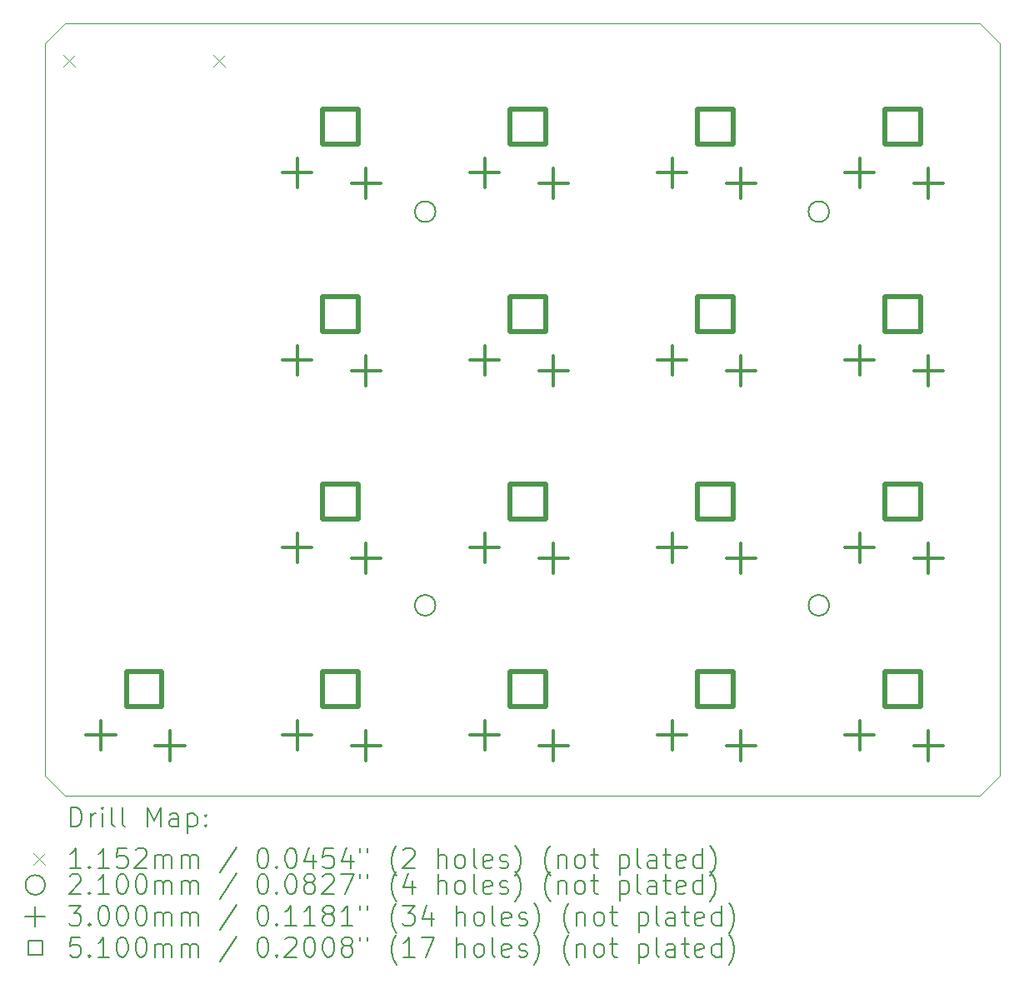
<source format=gbr>
%TF.GenerationSoftware,KiCad,Pcbnew,9.0.7*%
%TF.CreationDate,2026-01-18T21:54:38+01:00*%
%TF.ProjectId,dumbpad,64756d62-7061-4642-9e6b-696361645f70,rev?*%
%TF.SameCoordinates,Original*%
%TF.FileFunction,Drillmap*%
%TF.FilePolarity,Positive*%
%FSLAX45Y45*%
G04 Gerber Fmt 4.5, Leading zero omitted, Abs format (unit mm)*
G04 Created by KiCad (PCBNEW 9.0.7) date 2026-01-18 21:54:38*
%MOMM*%
%LPD*%
G01*
G04 APERTURE LIST*
%ADD10C,0.050000*%
%ADD11C,0.200000*%
%ADD12C,0.115200*%
%ADD13C,0.210000*%
%ADD14C,0.300000*%
%ADD15C,0.510000*%
G04 APERTURE END LIST*
D10*
X10000110Y-6775360D02*
X10000110Y-14225360D01*
X10200110Y-14425360D02*
X19500110Y-14425360D01*
X10000110Y-14225360D02*
X10200110Y-14425360D01*
X19700110Y-14225360D02*
X19700110Y-6775360D01*
X19500110Y-6575360D02*
X10200110Y-6575360D01*
X19500110Y-14425360D02*
X19700110Y-14225360D01*
X10200110Y-6575360D02*
X10000110Y-6775360D01*
X19700110Y-6775360D02*
X19500110Y-6575360D01*
D11*
D12*
X10185510Y-6897400D02*
X10300710Y-7012600D01*
X10300710Y-6897400D02*
X10185510Y-7012600D01*
X11709510Y-6897400D02*
X11824710Y-7012600D01*
X11824710Y-6897400D02*
X11709510Y-7012600D01*
D13*
X13965000Y-8490000D02*
G75*
G02*
X13755000Y-8490000I-105000J0D01*
G01*
X13755000Y-8490000D02*
G75*
G02*
X13965000Y-8490000I105000J0D01*
G01*
X13965000Y-12490000D02*
G75*
G02*
X13755000Y-12490000I-105000J0D01*
G01*
X13755000Y-12490000D02*
G75*
G02*
X13965000Y-12490000I105000J0D01*
G01*
X17965000Y-8490000D02*
G75*
G02*
X17755000Y-8490000I-105000J0D01*
G01*
X17755000Y-8490000D02*
G75*
G02*
X17965000Y-8490000I105000J0D01*
G01*
X17965000Y-12490000D02*
G75*
G02*
X17755000Y-12490000I-105000J0D01*
G01*
X17755000Y-12490000D02*
G75*
G02*
X17965000Y-12490000I105000J0D01*
G01*
D14*
X10565110Y-13660360D02*
X10565110Y-13960360D01*
X10415110Y-13810360D02*
X10715110Y-13810360D01*
X11265110Y-13765360D02*
X11265110Y-14065360D01*
X11115110Y-13915360D02*
X11415110Y-13915360D01*
X12560110Y-7945360D02*
X12560110Y-8245360D01*
X12410110Y-8095360D02*
X12710110Y-8095360D01*
X12560110Y-9850360D02*
X12560110Y-10150360D01*
X12410110Y-10000360D02*
X12710110Y-10000360D01*
X12560110Y-11755360D02*
X12560110Y-12055360D01*
X12410110Y-11905360D02*
X12710110Y-11905360D01*
X12560110Y-13660360D02*
X12560110Y-13960360D01*
X12410110Y-13810360D02*
X12710110Y-13810360D01*
X13260110Y-8050360D02*
X13260110Y-8350360D01*
X13110110Y-8200360D02*
X13410110Y-8200360D01*
X13260110Y-9955360D02*
X13260110Y-10255360D01*
X13110110Y-10105360D02*
X13410110Y-10105360D01*
X13260110Y-11860360D02*
X13260110Y-12160360D01*
X13110110Y-12010360D02*
X13410110Y-12010360D01*
X13260110Y-13765360D02*
X13260110Y-14065360D01*
X13110110Y-13915360D02*
X13410110Y-13915360D01*
X14465110Y-7945360D02*
X14465110Y-8245360D01*
X14315110Y-8095360D02*
X14615110Y-8095360D01*
X14465110Y-9850360D02*
X14465110Y-10150360D01*
X14315110Y-10000360D02*
X14615110Y-10000360D01*
X14465110Y-11755360D02*
X14465110Y-12055360D01*
X14315110Y-11905360D02*
X14615110Y-11905360D01*
X14465110Y-13660360D02*
X14465110Y-13960360D01*
X14315110Y-13810360D02*
X14615110Y-13810360D01*
X15165110Y-8050360D02*
X15165110Y-8350360D01*
X15015110Y-8200360D02*
X15315110Y-8200360D01*
X15165110Y-9955360D02*
X15165110Y-10255360D01*
X15015110Y-10105360D02*
X15315110Y-10105360D01*
X15165110Y-11860360D02*
X15165110Y-12160360D01*
X15015110Y-12010360D02*
X15315110Y-12010360D01*
X15165110Y-13765360D02*
X15165110Y-14065360D01*
X15015110Y-13915360D02*
X15315110Y-13915360D01*
X16370110Y-7945360D02*
X16370110Y-8245360D01*
X16220110Y-8095360D02*
X16520110Y-8095360D01*
X16370110Y-9850360D02*
X16370110Y-10150360D01*
X16220110Y-10000360D02*
X16520110Y-10000360D01*
X16370110Y-11755360D02*
X16370110Y-12055360D01*
X16220110Y-11905360D02*
X16520110Y-11905360D01*
X16370110Y-13660360D02*
X16370110Y-13960360D01*
X16220110Y-13810360D02*
X16520110Y-13810360D01*
X17070110Y-8050360D02*
X17070110Y-8350360D01*
X16920110Y-8200360D02*
X17220110Y-8200360D01*
X17070110Y-9955360D02*
X17070110Y-10255360D01*
X16920110Y-10105360D02*
X17220110Y-10105360D01*
X17070110Y-11860360D02*
X17070110Y-12160360D01*
X16920110Y-12010360D02*
X17220110Y-12010360D01*
X17070110Y-13765360D02*
X17070110Y-14065360D01*
X16920110Y-13915360D02*
X17220110Y-13915360D01*
X18275110Y-7945360D02*
X18275110Y-8245360D01*
X18125110Y-8095360D02*
X18425110Y-8095360D01*
X18275110Y-9850360D02*
X18275110Y-10150360D01*
X18125110Y-10000360D02*
X18425110Y-10000360D01*
X18275110Y-11755360D02*
X18275110Y-12055360D01*
X18125110Y-11905360D02*
X18425110Y-11905360D01*
X18275110Y-13660360D02*
X18275110Y-13960360D01*
X18125110Y-13810360D02*
X18425110Y-13810360D01*
X18975110Y-8050360D02*
X18975110Y-8350360D01*
X18825110Y-8200360D02*
X19125110Y-8200360D01*
X18975110Y-9955360D02*
X18975110Y-10255360D01*
X18825110Y-10105360D02*
X19125110Y-10105360D01*
X18975110Y-11860360D02*
X18975110Y-12160360D01*
X18825110Y-12010360D02*
X19125110Y-12010360D01*
X18975110Y-13765360D02*
X18975110Y-14065360D01*
X18825110Y-13915360D02*
X19125110Y-13915360D01*
D15*
X11185424Y-13520674D02*
X11185424Y-13160046D01*
X10824796Y-13160046D01*
X10824796Y-13520674D01*
X11185424Y-13520674D01*
X13180424Y-7805674D02*
X13180424Y-7445046D01*
X12819796Y-7445046D01*
X12819796Y-7805674D01*
X13180424Y-7805674D01*
X13180424Y-9710674D02*
X13180424Y-9350046D01*
X12819796Y-9350046D01*
X12819796Y-9710674D01*
X13180424Y-9710674D01*
X13180424Y-11615674D02*
X13180424Y-11255046D01*
X12819796Y-11255046D01*
X12819796Y-11615674D01*
X13180424Y-11615674D01*
X13180424Y-13520674D02*
X13180424Y-13160046D01*
X12819796Y-13160046D01*
X12819796Y-13520674D01*
X13180424Y-13520674D01*
X15085424Y-7805674D02*
X15085424Y-7445046D01*
X14724796Y-7445046D01*
X14724796Y-7805674D01*
X15085424Y-7805674D01*
X15085424Y-9710674D02*
X15085424Y-9350046D01*
X14724796Y-9350046D01*
X14724796Y-9710674D01*
X15085424Y-9710674D01*
X15085424Y-11615674D02*
X15085424Y-11255046D01*
X14724796Y-11255046D01*
X14724796Y-11615674D01*
X15085424Y-11615674D01*
X15085424Y-13520674D02*
X15085424Y-13160046D01*
X14724796Y-13160046D01*
X14724796Y-13520674D01*
X15085424Y-13520674D01*
X16990424Y-7805674D02*
X16990424Y-7445046D01*
X16629796Y-7445046D01*
X16629796Y-7805674D01*
X16990424Y-7805674D01*
X16990424Y-9710674D02*
X16990424Y-9350046D01*
X16629796Y-9350046D01*
X16629796Y-9710674D01*
X16990424Y-9710674D01*
X16990424Y-11615674D02*
X16990424Y-11255046D01*
X16629796Y-11255046D01*
X16629796Y-11615674D01*
X16990424Y-11615674D01*
X16990424Y-13520674D02*
X16990424Y-13160046D01*
X16629796Y-13160046D01*
X16629796Y-13520674D01*
X16990424Y-13520674D01*
X18895424Y-7805674D02*
X18895424Y-7445046D01*
X18534796Y-7445046D01*
X18534796Y-7805674D01*
X18895424Y-7805674D01*
X18895424Y-9710674D02*
X18895424Y-9350046D01*
X18534796Y-9350046D01*
X18534796Y-9710674D01*
X18895424Y-9710674D01*
X18895424Y-11615674D02*
X18895424Y-11255046D01*
X18534796Y-11255046D01*
X18534796Y-11615674D01*
X18895424Y-11615674D01*
X18895424Y-13520674D02*
X18895424Y-13160046D01*
X18534796Y-13160046D01*
X18534796Y-13520674D01*
X18895424Y-13520674D01*
D11*
X10258387Y-14739344D02*
X10258387Y-14539344D01*
X10258387Y-14539344D02*
X10306006Y-14539344D01*
X10306006Y-14539344D02*
X10334577Y-14548868D01*
X10334577Y-14548868D02*
X10353625Y-14567915D01*
X10353625Y-14567915D02*
X10363149Y-14586963D01*
X10363149Y-14586963D02*
X10372673Y-14625058D01*
X10372673Y-14625058D02*
X10372673Y-14653629D01*
X10372673Y-14653629D02*
X10363149Y-14691725D01*
X10363149Y-14691725D02*
X10353625Y-14710772D01*
X10353625Y-14710772D02*
X10334577Y-14729820D01*
X10334577Y-14729820D02*
X10306006Y-14739344D01*
X10306006Y-14739344D02*
X10258387Y-14739344D01*
X10458387Y-14739344D02*
X10458387Y-14606010D01*
X10458387Y-14644106D02*
X10467911Y-14625058D01*
X10467911Y-14625058D02*
X10477434Y-14615534D01*
X10477434Y-14615534D02*
X10496482Y-14606010D01*
X10496482Y-14606010D02*
X10515530Y-14606010D01*
X10582196Y-14739344D02*
X10582196Y-14606010D01*
X10582196Y-14539344D02*
X10572673Y-14548868D01*
X10572673Y-14548868D02*
X10582196Y-14558391D01*
X10582196Y-14558391D02*
X10591720Y-14548868D01*
X10591720Y-14548868D02*
X10582196Y-14539344D01*
X10582196Y-14539344D02*
X10582196Y-14558391D01*
X10706006Y-14739344D02*
X10686958Y-14729820D01*
X10686958Y-14729820D02*
X10677434Y-14710772D01*
X10677434Y-14710772D02*
X10677434Y-14539344D01*
X10810768Y-14739344D02*
X10791720Y-14729820D01*
X10791720Y-14729820D02*
X10782196Y-14710772D01*
X10782196Y-14710772D02*
X10782196Y-14539344D01*
X11039339Y-14739344D02*
X11039339Y-14539344D01*
X11039339Y-14539344D02*
X11106006Y-14682201D01*
X11106006Y-14682201D02*
X11172673Y-14539344D01*
X11172673Y-14539344D02*
X11172673Y-14739344D01*
X11353625Y-14739344D02*
X11353625Y-14634582D01*
X11353625Y-14634582D02*
X11344101Y-14615534D01*
X11344101Y-14615534D02*
X11325053Y-14606010D01*
X11325053Y-14606010D02*
X11286958Y-14606010D01*
X11286958Y-14606010D02*
X11267911Y-14615534D01*
X11353625Y-14729820D02*
X11334577Y-14739344D01*
X11334577Y-14739344D02*
X11286958Y-14739344D01*
X11286958Y-14739344D02*
X11267911Y-14729820D01*
X11267911Y-14729820D02*
X11258387Y-14710772D01*
X11258387Y-14710772D02*
X11258387Y-14691725D01*
X11258387Y-14691725D02*
X11267911Y-14672677D01*
X11267911Y-14672677D02*
X11286958Y-14663153D01*
X11286958Y-14663153D02*
X11334577Y-14663153D01*
X11334577Y-14663153D02*
X11353625Y-14653629D01*
X11448863Y-14606010D02*
X11448863Y-14806010D01*
X11448863Y-14615534D02*
X11467911Y-14606010D01*
X11467911Y-14606010D02*
X11506006Y-14606010D01*
X11506006Y-14606010D02*
X11525053Y-14615534D01*
X11525053Y-14615534D02*
X11534577Y-14625058D01*
X11534577Y-14625058D02*
X11544101Y-14644106D01*
X11544101Y-14644106D02*
X11544101Y-14701248D01*
X11544101Y-14701248D02*
X11534577Y-14720296D01*
X11534577Y-14720296D02*
X11525053Y-14729820D01*
X11525053Y-14729820D02*
X11506006Y-14739344D01*
X11506006Y-14739344D02*
X11467911Y-14739344D01*
X11467911Y-14739344D02*
X11448863Y-14729820D01*
X11629815Y-14720296D02*
X11639339Y-14729820D01*
X11639339Y-14729820D02*
X11629815Y-14739344D01*
X11629815Y-14739344D02*
X11620292Y-14729820D01*
X11620292Y-14729820D02*
X11629815Y-14720296D01*
X11629815Y-14720296D02*
X11629815Y-14739344D01*
X11629815Y-14615534D02*
X11639339Y-14625058D01*
X11639339Y-14625058D02*
X11629815Y-14634582D01*
X11629815Y-14634582D02*
X11620292Y-14625058D01*
X11620292Y-14625058D02*
X11629815Y-14615534D01*
X11629815Y-14615534D02*
X11629815Y-14634582D01*
D12*
X9882410Y-15010260D02*
X9997610Y-15125460D01*
X9997610Y-15010260D02*
X9882410Y-15125460D01*
D11*
X10363149Y-15159344D02*
X10248863Y-15159344D01*
X10306006Y-15159344D02*
X10306006Y-14959344D01*
X10306006Y-14959344D02*
X10286958Y-14987915D01*
X10286958Y-14987915D02*
X10267911Y-15006963D01*
X10267911Y-15006963D02*
X10248863Y-15016487D01*
X10448863Y-15140296D02*
X10458387Y-15149820D01*
X10458387Y-15149820D02*
X10448863Y-15159344D01*
X10448863Y-15159344D02*
X10439339Y-15149820D01*
X10439339Y-15149820D02*
X10448863Y-15140296D01*
X10448863Y-15140296D02*
X10448863Y-15159344D01*
X10648863Y-15159344D02*
X10534577Y-15159344D01*
X10591720Y-15159344D02*
X10591720Y-14959344D01*
X10591720Y-14959344D02*
X10572673Y-14987915D01*
X10572673Y-14987915D02*
X10553625Y-15006963D01*
X10553625Y-15006963D02*
X10534577Y-15016487D01*
X10829815Y-14959344D02*
X10734577Y-14959344D01*
X10734577Y-14959344D02*
X10725054Y-15054582D01*
X10725054Y-15054582D02*
X10734577Y-15045058D01*
X10734577Y-15045058D02*
X10753625Y-15035534D01*
X10753625Y-15035534D02*
X10801244Y-15035534D01*
X10801244Y-15035534D02*
X10820292Y-15045058D01*
X10820292Y-15045058D02*
X10829815Y-15054582D01*
X10829815Y-15054582D02*
X10839339Y-15073629D01*
X10839339Y-15073629D02*
X10839339Y-15121248D01*
X10839339Y-15121248D02*
X10829815Y-15140296D01*
X10829815Y-15140296D02*
X10820292Y-15149820D01*
X10820292Y-15149820D02*
X10801244Y-15159344D01*
X10801244Y-15159344D02*
X10753625Y-15159344D01*
X10753625Y-15159344D02*
X10734577Y-15149820D01*
X10734577Y-15149820D02*
X10725054Y-15140296D01*
X10915530Y-14978391D02*
X10925054Y-14968868D01*
X10925054Y-14968868D02*
X10944101Y-14959344D01*
X10944101Y-14959344D02*
X10991720Y-14959344D01*
X10991720Y-14959344D02*
X11010768Y-14968868D01*
X11010768Y-14968868D02*
X11020292Y-14978391D01*
X11020292Y-14978391D02*
X11029815Y-14997439D01*
X11029815Y-14997439D02*
X11029815Y-15016487D01*
X11029815Y-15016487D02*
X11020292Y-15045058D01*
X11020292Y-15045058D02*
X10906006Y-15159344D01*
X10906006Y-15159344D02*
X11029815Y-15159344D01*
X11115530Y-15159344D02*
X11115530Y-15026010D01*
X11115530Y-15045058D02*
X11125054Y-15035534D01*
X11125054Y-15035534D02*
X11144101Y-15026010D01*
X11144101Y-15026010D02*
X11172673Y-15026010D01*
X11172673Y-15026010D02*
X11191720Y-15035534D01*
X11191720Y-15035534D02*
X11201244Y-15054582D01*
X11201244Y-15054582D02*
X11201244Y-15159344D01*
X11201244Y-15054582D02*
X11210768Y-15035534D01*
X11210768Y-15035534D02*
X11229815Y-15026010D01*
X11229815Y-15026010D02*
X11258387Y-15026010D01*
X11258387Y-15026010D02*
X11277434Y-15035534D01*
X11277434Y-15035534D02*
X11286958Y-15054582D01*
X11286958Y-15054582D02*
X11286958Y-15159344D01*
X11382196Y-15159344D02*
X11382196Y-15026010D01*
X11382196Y-15045058D02*
X11391720Y-15035534D01*
X11391720Y-15035534D02*
X11410768Y-15026010D01*
X11410768Y-15026010D02*
X11439339Y-15026010D01*
X11439339Y-15026010D02*
X11458387Y-15035534D01*
X11458387Y-15035534D02*
X11467911Y-15054582D01*
X11467911Y-15054582D02*
X11467911Y-15159344D01*
X11467911Y-15054582D02*
X11477434Y-15035534D01*
X11477434Y-15035534D02*
X11496482Y-15026010D01*
X11496482Y-15026010D02*
X11525053Y-15026010D01*
X11525053Y-15026010D02*
X11544101Y-15035534D01*
X11544101Y-15035534D02*
X11553625Y-15054582D01*
X11553625Y-15054582D02*
X11553625Y-15159344D01*
X11944101Y-14949820D02*
X11772673Y-15206963D01*
X12201244Y-14959344D02*
X12220292Y-14959344D01*
X12220292Y-14959344D02*
X12239339Y-14968868D01*
X12239339Y-14968868D02*
X12248863Y-14978391D01*
X12248863Y-14978391D02*
X12258387Y-14997439D01*
X12258387Y-14997439D02*
X12267911Y-15035534D01*
X12267911Y-15035534D02*
X12267911Y-15083153D01*
X12267911Y-15083153D02*
X12258387Y-15121248D01*
X12258387Y-15121248D02*
X12248863Y-15140296D01*
X12248863Y-15140296D02*
X12239339Y-15149820D01*
X12239339Y-15149820D02*
X12220292Y-15159344D01*
X12220292Y-15159344D02*
X12201244Y-15159344D01*
X12201244Y-15159344D02*
X12182196Y-15149820D01*
X12182196Y-15149820D02*
X12172673Y-15140296D01*
X12172673Y-15140296D02*
X12163149Y-15121248D01*
X12163149Y-15121248D02*
X12153625Y-15083153D01*
X12153625Y-15083153D02*
X12153625Y-15035534D01*
X12153625Y-15035534D02*
X12163149Y-14997439D01*
X12163149Y-14997439D02*
X12172673Y-14978391D01*
X12172673Y-14978391D02*
X12182196Y-14968868D01*
X12182196Y-14968868D02*
X12201244Y-14959344D01*
X12353625Y-15140296D02*
X12363149Y-15149820D01*
X12363149Y-15149820D02*
X12353625Y-15159344D01*
X12353625Y-15159344D02*
X12344101Y-15149820D01*
X12344101Y-15149820D02*
X12353625Y-15140296D01*
X12353625Y-15140296D02*
X12353625Y-15159344D01*
X12486958Y-14959344D02*
X12506006Y-14959344D01*
X12506006Y-14959344D02*
X12525054Y-14968868D01*
X12525054Y-14968868D02*
X12534577Y-14978391D01*
X12534577Y-14978391D02*
X12544101Y-14997439D01*
X12544101Y-14997439D02*
X12553625Y-15035534D01*
X12553625Y-15035534D02*
X12553625Y-15083153D01*
X12553625Y-15083153D02*
X12544101Y-15121248D01*
X12544101Y-15121248D02*
X12534577Y-15140296D01*
X12534577Y-15140296D02*
X12525054Y-15149820D01*
X12525054Y-15149820D02*
X12506006Y-15159344D01*
X12506006Y-15159344D02*
X12486958Y-15159344D01*
X12486958Y-15159344D02*
X12467911Y-15149820D01*
X12467911Y-15149820D02*
X12458387Y-15140296D01*
X12458387Y-15140296D02*
X12448863Y-15121248D01*
X12448863Y-15121248D02*
X12439339Y-15083153D01*
X12439339Y-15083153D02*
X12439339Y-15035534D01*
X12439339Y-15035534D02*
X12448863Y-14997439D01*
X12448863Y-14997439D02*
X12458387Y-14978391D01*
X12458387Y-14978391D02*
X12467911Y-14968868D01*
X12467911Y-14968868D02*
X12486958Y-14959344D01*
X12725054Y-15026010D02*
X12725054Y-15159344D01*
X12677435Y-14949820D02*
X12629816Y-15092677D01*
X12629816Y-15092677D02*
X12753625Y-15092677D01*
X12925054Y-14959344D02*
X12829816Y-14959344D01*
X12829816Y-14959344D02*
X12820292Y-15054582D01*
X12820292Y-15054582D02*
X12829816Y-15045058D01*
X12829816Y-15045058D02*
X12848863Y-15035534D01*
X12848863Y-15035534D02*
X12896482Y-15035534D01*
X12896482Y-15035534D02*
X12915530Y-15045058D01*
X12915530Y-15045058D02*
X12925054Y-15054582D01*
X12925054Y-15054582D02*
X12934577Y-15073629D01*
X12934577Y-15073629D02*
X12934577Y-15121248D01*
X12934577Y-15121248D02*
X12925054Y-15140296D01*
X12925054Y-15140296D02*
X12915530Y-15149820D01*
X12915530Y-15149820D02*
X12896482Y-15159344D01*
X12896482Y-15159344D02*
X12848863Y-15159344D01*
X12848863Y-15159344D02*
X12829816Y-15149820D01*
X12829816Y-15149820D02*
X12820292Y-15140296D01*
X13106006Y-15026010D02*
X13106006Y-15159344D01*
X13058387Y-14949820D02*
X13010768Y-15092677D01*
X13010768Y-15092677D02*
X13134577Y-15092677D01*
X13201244Y-14959344D02*
X13201244Y-14997439D01*
X13277435Y-14959344D02*
X13277435Y-14997439D01*
X13572673Y-15235534D02*
X13563149Y-15226010D01*
X13563149Y-15226010D02*
X13544101Y-15197439D01*
X13544101Y-15197439D02*
X13534578Y-15178391D01*
X13534578Y-15178391D02*
X13525054Y-15149820D01*
X13525054Y-15149820D02*
X13515530Y-15102201D01*
X13515530Y-15102201D02*
X13515530Y-15064106D01*
X13515530Y-15064106D02*
X13525054Y-15016487D01*
X13525054Y-15016487D02*
X13534578Y-14987915D01*
X13534578Y-14987915D02*
X13544101Y-14968868D01*
X13544101Y-14968868D02*
X13563149Y-14940296D01*
X13563149Y-14940296D02*
X13572673Y-14930772D01*
X13639339Y-14978391D02*
X13648863Y-14968868D01*
X13648863Y-14968868D02*
X13667911Y-14959344D01*
X13667911Y-14959344D02*
X13715530Y-14959344D01*
X13715530Y-14959344D02*
X13734578Y-14968868D01*
X13734578Y-14968868D02*
X13744101Y-14978391D01*
X13744101Y-14978391D02*
X13753625Y-14997439D01*
X13753625Y-14997439D02*
X13753625Y-15016487D01*
X13753625Y-15016487D02*
X13744101Y-15045058D01*
X13744101Y-15045058D02*
X13629816Y-15159344D01*
X13629816Y-15159344D02*
X13753625Y-15159344D01*
X13991720Y-15159344D02*
X13991720Y-14959344D01*
X14077435Y-15159344D02*
X14077435Y-15054582D01*
X14077435Y-15054582D02*
X14067911Y-15035534D01*
X14067911Y-15035534D02*
X14048863Y-15026010D01*
X14048863Y-15026010D02*
X14020292Y-15026010D01*
X14020292Y-15026010D02*
X14001244Y-15035534D01*
X14001244Y-15035534D02*
X13991720Y-15045058D01*
X14201244Y-15159344D02*
X14182197Y-15149820D01*
X14182197Y-15149820D02*
X14172673Y-15140296D01*
X14172673Y-15140296D02*
X14163149Y-15121248D01*
X14163149Y-15121248D02*
X14163149Y-15064106D01*
X14163149Y-15064106D02*
X14172673Y-15045058D01*
X14172673Y-15045058D02*
X14182197Y-15035534D01*
X14182197Y-15035534D02*
X14201244Y-15026010D01*
X14201244Y-15026010D02*
X14229816Y-15026010D01*
X14229816Y-15026010D02*
X14248863Y-15035534D01*
X14248863Y-15035534D02*
X14258387Y-15045058D01*
X14258387Y-15045058D02*
X14267911Y-15064106D01*
X14267911Y-15064106D02*
X14267911Y-15121248D01*
X14267911Y-15121248D02*
X14258387Y-15140296D01*
X14258387Y-15140296D02*
X14248863Y-15149820D01*
X14248863Y-15149820D02*
X14229816Y-15159344D01*
X14229816Y-15159344D02*
X14201244Y-15159344D01*
X14382197Y-15159344D02*
X14363149Y-15149820D01*
X14363149Y-15149820D02*
X14353625Y-15130772D01*
X14353625Y-15130772D02*
X14353625Y-14959344D01*
X14534578Y-15149820D02*
X14515530Y-15159344D01*
X14515530Y-15159344D02*
X14477435Y-15159344D01*
X14477435Y-15159344D02*
X14458387Y-15149820D01*
X14458387Y-15149820D02*
X14448863Y-15130772D01*
X14448863Y-15130772D02*
X14448863Y-15054582D01*
X14448863Y-15054582D02*
X14458387Y-15035534D01*
X14458387Y-15035534D02*
X14477435Y-15026010D01*
X14477435Y-15026010D02*
X14515530Y-15026010D01*
X14515530Y-15026010D02*
X14534578Y-15035534D01*
X14534578Y-15035534D02*
X14544101Y-15054582D01*
X14544101Y-15054582D02*
X14544101Y-15073629D01*
X14544101Y-15073629D02*
X14448863Y-15092677D01*
X14620292Y-15149820D02*
X14639340Y-15159344D01*
X14639340Y-15159344D02*
X14677435Y-15159344D01*
X14677435Y-15159344D02*
X14696482Y-15149820D01*
X14696482Y-15149820D02*
X14706006Y-15130772D01*
X14706006Y-15130772D02*
X14706006Y-15121248D01*
X14706006Y-15121248D02*
X14696482Y-15102201D01*
X14696482Y-15102201D02*
X14677435Y-15092677D01*
X14677435Y-15092677D02*
X14648863Y-15092677D01*
X14648863Y-15092677D02*
X14629816Y-15083153D01*
X14629816Y-15083153D02*
X14620292Y-15064106D01*
X14620292Y-15064106D02*
X14620292Y-15054582D01*
X14620292Y-15054582D02*
X14629816Y-15035534D01*
X14629816Y-15035534D02*
X14648863Y-15026010D01*
X14648863Y-15026010D02*
X14677435Y-15026010D01*
X14677435Y-15026010D02*
X14696482Y-15035534D01*
X14772673Y-15235534D02*
X14782197Y-15226010D01*
X14782197Y-15226010D02*
X14801244Y-15197439D01*
X14801244Y-15197439D02*
X14810768Y-15178391D01*
X14810768Y-15178391D02*
X14820292Y-15149820D01*
X14820292Y-15149820D02*
X14829816Y-15102201D01*
X14829816Y-15102201D02*
X14829816Y-15064106D01*
X14829816Y-15064106D02*
X14820292Y-15016487D01*
X14820292Y-15016487D02*
X14810768Y-14987915D01*
X14810768Y-14987915D02*
X14801244Y-14968868D01*
X14801244Y-14968868D02*
X14782197Y-14940296D01*
X14782197Y-14940296D02*
X14772673Y-14930772D01*
X15134578Y-15235534D02*
X15125054Y-15226010D01*
X15125054Y-15226010D02*
X15106006Y-15197439D01*
X15106006Y-15197439D02*
X15096482Y-15178391D01*
X15096482Y-15178391D02*
X15086959Y-15149820D01*
X15086959Y-15149820D02*
X15077435Y-15102201D01*
X15077435Y-15102201D02*
X15077435Y-15064106D01*
X15077435Y-15064106D02*
X15086959Y-15016487D01*
X15086959Y-15016487D02*
X15096482Y-14987915D01*
X15096482Y-14987915D02*
X15106006Y-14968868D01*
X15106006Y-14968868D02*
X15125054Y-14940296D01*
X15125054Y-14940296D02*
X15134578Y-14930772D01*
X15210768Y-15026010D02*
X15210768Y-15159344D01*
X15210768Y-15045058D02*
X15220292Y-15035534D01*
X15220292Y-15035534D02*
X15239340Y-15026010D01*
X15239340Y-15026010D02*
X15267911Y-15026010D01*
X15267911Y-15026010D02*
X15286959Y-15035534D01*
X15286959Y-15035534D02*
X15296482Y-15054582D01*
X15296482Y-15054582D02*
X15296482Y-15159344D01*
X15420292Y-15159344D02*
X15401244Y-15149820D01*
X15401244Y-15149820D02*
X15391721Y-15140296D01*
X15391721Y-15140296D02*
X15382197Y-15121248D01*
X15382197Y-15121248D02*
X15382197Y-15064106D01*
X15382197Y-15064106D02*
X15391721Y-15045058D01*
X15391721Y-15045058D02*
X15401244Y-15035534D01*
X15401244Y-15035534D02*
X15420292Y-15026010D01*
X15420292Y-15026010D02*
X15448863Y-15026010D01*
X15448863Y-15026010D02*
X15467911Y-15035534D01*
X15467911Y-15035534D02*
X15477435Y-15045058D01*
X15477435Y-15045058D02*
X15486959Y-15064106D01*
X15486959Y-15064106D02*
X15486959Y-15121248D01*
X15486959Y-15121248D02*
X15477435Y-15140296D01*
X15477435Y-15140296D02*
X15467911Y-15149820D01*
X15467911Y-15149820D02*
X15448863Y-15159344D01*
X15448863Y-15159344D02*
X15420292Y-15159344D01*
X15544102Y-15026010D02*
X15620292Y-15026010D01*
X15572673Y-14959344D02*
X15572673Y-15130772D01*
X15572673Y-15130772D02*
X15582197Y-15149820D01*
X15582197Y-15149820D02*
X15601244Y-15159344D01*
X15601244Y-15159344D02*
X15620292Y-15159344D01*
X15839340Y-15026010D02*
X15839340Y-15226010D01*
X15839340Y-15035534D02*
X15858387Y-15026010D01*
X15858387Y-15026010D02*
X15896483Y-15026010D01*
X15896483Y-15026010D02*
X15915530Y-15035534D01*
X15915530Y-15035534D02*
X15925054Y-15045058D01*
X15925054Y-15045058D02*
X15934578Y-15064106D01*
X15934578Y-15064106D02*
X15934578Y-15121248D01*
X15934578Y-15121248D02*
X15925054Y-15140296D01*
X15925054Y-15140296D02*
X15915530Y-15149820D01*
X15915530Y-15149820D02*
X15896483Y-15159344D01*
X15896483Y-15159344D02*
X15858387Y-15159344D01*
X15858387Y-15159344D02*
X15839340Y-15149820D01*
X16048863Y-15159344D02*
X16029816Y-15149820D01*
X16029816Y-15149820D02*
X16020292Y-15130772D01*
X16020292Y-15130772D02*
X16020292Y-14959344D01*
X16210768Y-15159344D02*
X16210768Y-15054582D01*
X16210768Y-15054582D02*
X16201244Y-15035534D01*
X16201244Y-15035534D02*
X16182197Y-15026010D01*
X16182197Y-15026010D02*
X16144102Y-15026010D01*
X16144102Y-15026010D02*
X16125054Y-15035534D01*
X16210768Y-15149820D02*
X16191721Y-15159344D01*
X16191721Y-15159344D02*
X16144102Y-15159344D01*
X16144102Y-15159344D02*
X16125054Y-15149820D01*
X16125054Y-15149820D02*
X16115530Y-15130772D01*
X16115530Y-15130772D02*
X16115530Y-15111725D01*
X16115530Y-15111725D02*
X16125054Y-15092677D01*
X16125054Y-15092677D02*
X16144102Y-15083153D01*
X16144102Y-15083153D02*
X16191721Y-15083153D01*
X16191721Y-15083153D02*
X16210768Y-15073629D01*
X16277435Y-15026010D02*
X16353625Y-15026010D01*
X16306006Y-14959344D02*
X16306006Y-15130772D01*
X16306006Y-15130772D02*
X16315530Y-15149820D01*
X16315530Y-15149820D02*
X16334578Y-15159344D01*
X16334578Y-15159344D02*
X16353625Y-15159344D01*
X16496483Y-15149820D02*
X16477435Y-15159344D01*
X16477435Y-15159344D02*
X16439340Y-15159344D01*
X16439340Y-15159344D02*
X16420292Y-15149820D01*
X16420292Y-15149820D02*
X16410768Y-15130772D01*
X16410768Y-15130772D02*
X16410768Y-15054582D01*
X16410768Y-15054582D02*
X16420292Y-15035534D01*
X16420292Y-15035534D02*
X16439340Y-15026010D01*
X16439340Y-15026010D02*
X16477435Y-15026010D01*
X16477435Y-15026010D02*
X16496483Y-15035534D01*
X16496483Y-15035534D02*
X16506006Y-15054582D01*
X16506006Y-15054582D02*
X16506006Y-15073629D01*
X16506006Y-15073629D02*
X16410768Y-15092677D01*
X16677435Y-15159344D02*
X16677435Y-14959344D01*
X16677435Y-15149820D02*
X16658387Y-15159344D01*
X16658387Y-15159344D02*
X16620292Y-15159344D01*
X16620292Y-15159344D02*
X16601244Y-15149820D01*
X16601244Y-15149820D02*
X16591721Y-15140296D01*
X16591721Y-15140296D02*
X16582197Y-15121248D01*
X16582197Y-15121248D02*
X16582197Y-15064106D01*
X16582197Y-15064106D02*
X16591721Y-15045058D01*
X16591721Y-15045058D02*
X16601244Y-15035534D01*
X16601244Y-15035534D02*
X16620292Y-15026010D01*
X16620292Y-15026010D02*
X16658387Y-15026010D01*
X16658387Y-15026010D02*
X16677435Y-15035534D01*
X16753625Y-15235534D02*
X16763149Y-15226010D01*
X16763149Y-15226010D02*
X16782197Y-15197439D01*
X16782197Y-15197439D02*
X16791721Y-15178391D01*
X16791721Y-15178391D02*
X16801245Y-15149820D01*
X16801245Y-15149820D02*
X16810768Y-15102201D01*
X16810768Y-15102201D02*
X16810768Y-15064106D01*
X16810768Y-15064106D02*
X16801245Y-15016487D01*
X16801245Y-15016487D02*
X16791721Y-14987915D01*
X16791721Y-14987915D02*
X16782197Y-14968868D01*
X16782197Y-14968868D02*
X16763149Y-14940296D01*
X16763149Y-14940296D02*
X16753625Y-14930772D01*
X9997610Y-15331860D02*
G75*
G02*
X9797610Y-15331860I-100000J0D01*
G01*
X9797610Y-15331860D02*
G75*
G02*
X9997610Y-15331860I100000J0D01*
G01*
X10248863Y-15242391D02*
X10258387Y-15232868D01*
X10258387Y-15232868D02*
X10277434Y-15223344D01*
X10277434Y-15223344D02*
X10325054Y-15223344D01*
X10325054Y-15223344D02*
X10344101Y-15232868D01*
X10344101Y-15232868D02*
X10353625Y-15242391D01*
X10353625Y-15242391D02*
X10363149Y-15261439D01*
X10363149Y-15261439D02*
X10363149Y-15280487D01*
X10363149Y-15280487D02*
X10353625Y-15309058D01*
X10353625Y-15309058D02*
X10239339Y-15423344D01*
X10239339Y-15423344D02*
X10363149Y-15423344D01*
X10448863Y-15404296D02*
X10458387Y-15413820D01*
X10458387Y-15413820D02*
X10448863Y-15423344D01*
X10448863Y-15423344D02*
X10439339Y-15413820D01*
X10439339Y-15413820D02*
X10448863Y-15404296D01*
X10448863Y-15404296D02*
X10448863Y-15423344D01*
X10648863Y-15423344D02*
X10534577Y-15423344D01*
X10591720Y-15423344D02*
X10591720Y-15223344D01*
X10591720Y-15223344D02*
X10572673Y-15251915D01*
X10572673Y-15251915D02*
X10553625Y-15270963D01*
X10553625Y-15270963D02*
X10534577Y-15280487D01*
X10772673Y-15223344D02*
X10791720Y-15223344D01*
X10791720Y-15223344D02*
X10810768Y-15232868D01*
X10810768Y-15232868D02*
X10820292Y-15242391D01*
X10820292Y-15242391D02*
X10829815Y-15261439D01*
X10829815Y-15261439D02*
X10839339Y-15299534D01*
X10839339Y-15299534D02*
X10839339Y-15347153D01*
X10839339Y-15347153D02*
X10829815Y-15385248D01*
X10829815Y-15385248D02*
X10820292Y-15404296D01*
X10820292Y-15404296D02*
X10810768Y-15413820D01*
X10810768Y-15413820D02*
X10791720Y-15423344D01*
X10791720Y-15423344D02*
X10772673Y-15423344D01*
X10772673Y-15423344D02*
X10753625Y-15413820D01*
X10753625Y-15413820D02*
X10744101Y-15404296D01*
X10744101Y-15404296D02*
X10734577Y-15385248D01*
X10734577Y-15385248D02*
X10725054Y-15347153D01*
X10725054Y-15347153D02*
X10725054Y-15299534D01*
X10725054Y-15299534D02*
X10734577Y-15261439D01*
X10734577Y-15261439D02*
X10744101Y-15242391D01*
X10744101Y-15242391D02*
X10753625Y-15232868D01*
X10753625Y-15232868D02*
X10772673Y-15223344D01*
X10963149Y-15223344D02*
X10982196Y-15223344D01*
X10982196Y-15223344D02*
X11001244Y-15232868D01*
X11001244Y-15232868D02*
X11010768Y-15242391D01*
X11010768Y-15242391D02*
X11020292Y-15261439D01*
X11020292Y-15261439D02*
X11029815Y-15299534D01*
X11029815Y-15299534D02*
X11029815Y-15347153D01*
X11029815Y-15347153D02*
X11020292Y-15385248D01*
X11020292Y-15385248D02*
X11010768Y-15404296D01*
X11010768Y-15404296D02*
X11001244Y-15413820D01*
X11001244Y-15413820D02*
X10982196Y-15423344D01*
X10982196Y-15423344D02*
X10963149Y-15423344D01*
X10963149Y-15423344D02*
X10944101Y-15413820D01*
X10944101Y-15413820D02*
X10934577Y-15404296D01*
X10934577Y-15404296D02*
X10925054Y-15385248D01*
X10925054Y-15385248D02*
X10915530Y-15347153D01*
X10915530Y-15347153D02*
X10915530Y-15299534D01*
X10915530Y-15299534D02*
X10925054Y-15261439D01*
X10925054Y-15261439D02*
X10934577Y-15242391D01*
X10934577Y-15242391D02*
X10944101Y-15232868D01*
X10944101Y-15232868D02*
X10963149Y-15223344D01*
X11115530Y-15423344D02*
X11115530Y-15290010D01*
X11115530Y-15309058D02*
X11125054Y-15299534D01*
X11125054Y-15299534D02*
X11144101Y-15290010D01*
X11144101Y-15290010D02*
X11172673Y-15290010D01*
X11172673Y-15290010D02*
X11191720Y-15299534D01*
X11191720Y-15299534D02*
X11201244Y-15318582D01*
X11201244Y-15318582D02*
X11201244Y-15423344D01*
X11201244Y-15318582D02*
X11210768Y-15299534D01*
X11210768Y-15299534D02*
X11229815Y-15290010D01*
X11229815Y-15290010D02*
X11258387Y-15290010D01*
X11258387Y-15290010D02*
X11277434Y-15299534D01*
X11277434Y-15299534D02*
X11286958Y-15318582D01*
X11286958Y-15318582D02*
X11286958Y-15423344D01*
X11382196Y-15423344D02*
X11382196Y-15290010D01*
X11382196Y-15309058D02*
X11391720Y-15299534D01*
X11391720Y-15299534D02*
X11410768Y-15290010D01*
X11410768Y-15290010D02*
X11439339Y-15290010D01*
X11439339Y-15290010D02*
X11458387Y-15299534D01*
X11458387Y-15299534D02*
X11467911Y-15318582D01*
X11467911Y-15318582D02*
X11467911Y-15423344D01*
X11467911Y-15318582D02*
X11477434Y-15299534D01*
X11477434Y-15299534D02*
X11496482Y-15290010D01*
X11496482Y-15290010D02*
X11525053Y-15290010D01*
X11525053Y-15290010D02*
X11544101Y-15299534D01*
X11544101Y-15299534D02*
X11553625Y-15318582D01*
X11553625Y-15318582D02*
X11553625Y-15423344D01*
X11944101Y-15213820D02*
X11772673Y-15470963D01*
X12201244Y-15223344D02*
X12220292Y-15223344D01*
X12220292Y-15223344D02*
X12239339Y-15232868D01*
X12239339Y-15232868D02*
X12248863Y-15242391D01*
X12248863Y-15242391D02*
X12258387Y-15261439D01*
X12258387Y-15261439D02*
X12267911Y-15299534D01*
X12267911Y-15299534D02*
X12267911Y-15347153D01*
X12267911Y-15347153D02*
X12258387Y-15385248D01*
X12258387Y-15385248D02*
X12248863Y-15404296D01*
X12248863Y-15404296D02*
X12239339Y-15413820D01*
X12239339Y-15413820D02*
X12220292Y-15423344D01*
X12220292Y-15423344D02*
X12201244Y-15423344D01*
X12201244Y-15423344D02*
X12182196Y-15413820D01*
X12182196Y-15413820D02*
X12172673Y-15404296D01*
X12172673Y-15404296D02*
X12163149Y-15385248D01*
X12163149Y-15385248D02*
X12153625Y-15347153D01*
X12153625Y-15347153D02*
X12153625Y-15299534D01*
X12153625Y-15299534D02*
X12163149Y-15261439D01*
X12163149Y-15261439D02*
X12172673Y-15242391D01*
X12172673Y-15242391D02*
X12182196Y-15232868D01*
X12182196Y-15232868D02*
X12201244Y-15223344D01*
X12353625Y-15404296D02*
X12363149Y-15413820D01*
X12363149Y-15413820D02*
X12353625Y-15423344D01*
X12353625Y-15423344D02*
X12344101Y-15413820D01*
X12344101Y-15413820D02*
X12353625Y-15404296D01*
X12353625Y-15404296D02*
X12353625Y-15423344D01*
X12486958Y-15223344D02*
X12506006Y-15223344D01*
X12506006Y-15223344D02*
X12525054Y-15232868D01*
X12525054Y-15232868D02*
X12534577Y-15242391D01*
X12534577Y-15242391D02*
X12544101Y-15261439D01*
X12544101Y-15261439D02*
X12553625Y-15299534D01*
X12553625Y-15299534D02*
X12553625Y-15347153D01*
X12553625Y-15347153D02*
X12544101Y-15385248D01*
X12544101Y-15385248D02*
X12534577Y-15404296D01*
X12534577Y-15404296D02*
X12525054Y-15413820D01*
X12525054Y-15413820D02*
X12506006Y-15423344D01*
X12506006Y-15423344D02*
X12486958Y-15423344D01*
X12486958Y-15423344D02*
X12467911Y-15413820D01*
X12467911Y-15413820D02*
X12458387Y-15404296D01*
X12458387Y-15404296D02*
X12448863Y-15385248D01*
X12448863Y-15385248D02*
X12439339Y-15347153D01*
X12439339Y-15347153D02*
X12439339Y-15299534D01*
X12439339Y-15299534D02*
X12448863Y-15261439D01*
X12448863Y-15261439D02*
X12458387Y-15242391D01*
X12458387Y-15242391D02*
X12467911Y-15232868D01*
X12467911Y-15232868D02*
X12486958Y-15223344D01*
X12667911Y-15309058D02*
X12648863Y-15299534D01*
X12648863Y-15299534D02*
X12639339Y-15290010D01*
X12639339Y-15290010D02*
X12629816Y-15270963D01*
X12629816Y-15270963D02*
X12629816Y-15261439D01*
X12629816Y-15261439D02*
X12639339Y-15242391D01*
X12639339Y-15242391D02*
X12648863Y-15232868D01*
X12648863Y-15232868D02*
X12667911Y-15223344D01*
X12667911Y-15223344D02*
X12706006Y-15223344D01*
X12706006Y-15223344D02*
X12725054Y-15232868D01*
X12725054Y-15232868D02*
X12734577Y-15242391D01*
X12734577Y-15242391D02*
X12744101Y-15261439D01*
X12744101Y-15261439D02*
X12744101Y-15270963D01*
X12744101Y-15270963D02*
X12734577Y-15290010D01*
X12734577Y-15290010D02*
X12725054Y-15299534D01*
X12725054Y-15299534D02*
X12706006Y-15309058D01*
X12706006Y-15309058D02*
X12667911Y-15309058D01*
X12667911Y-15309058D02*
X12648863Y-15318582D01*
X12648863Y-15318582D02*
X12639339Y-15328106D01*
X12639339Y-15328106D02*
X12629816Y-15347153D01*
X12629816Y-15347153D02*
X12629816Y-15385248D01*
X12629816Y-15385248D02*
X12639339Y-15404296D01*
X12639339Y-15404296D02*
X12648863Y-15413820D01*
X12648863Y-15413820D02*
X12667911Y-15423344D01*
X12667911Y-15423344D02*
X12706006Y-15423344D01*
X12706006Y-15423344D02*
X12725054Y-15413820D01*
X12725054Y-15413820D02*
X12734577Y-15404296D01*
X12734577Y-15404296D02*
X12744101Y-15385248D01*
X12744101Y-15385248D02*
X12744101Y-15347153D01*
X12744101Y-15347153D02*
X12734577Y-15328106D01*
X12734577Y-15328106D02*
X12725054Y-15318582D01*
X12725054Y-15318582D02*
X12706006Y-15309058D01*
X12820292Y-15242391D02*
X12829816Y-15232868D01*
X12829816Y-15232868D02*
X12848863Y-15223344D01*
X12848863Y-15223344D02*
X12896482Y-15223344D01*
X12896482Y-15223344D02*
X12915530Y-15232868D01*
X12915530Y-15232868D02*
X12925054Y-15242391D01*
X12925054Y-15242391D02*
X12934577Y-15261439D01*
X12934577Y-15261439D02*
X12934577Y-15280487D01*
X12934577Y-15280487D02*
X12925054Y-15309058D01*
X12925054Y-15309058D02*
X12810768Y-15423344D01*
X12810768Y-15423344D02*
X12934577Y-15423344D01*
X13001244Y-15223344D02*
X13134577Y-15223344D01*
X13134577Y-15223344D02*
X13048863Y-15423344D01*
X13201244Y-15223344D02*
X13201244Y-15261439D01*
X13277435Y-15223344D02*
X13277435Y-15261439D01*
X13572673Y-15499534D02*
X13563149Y-15490010D01*
X13563149Y-15490010D02*
X13544101Y-15461439D01*
X13544101Y-15461439D02*
X13534578Y-15442391D01*
X13534578Y-15442391D02*
X13525054Y-15413820D01*
X13525054Y-15413820D02*
X13515530Y-15366201D01*
X13515530Y-15366201D02*
X13515530Y-15328106D01*
X13515530Y-15328106D02*
X13525054Y-15280487D01*
X13525054Y-15280487D02*
X13534578Y-15251915D01*
X13534578Y-15251915D02*
X13544101Y-15232868D01*
X13544101Y-15232868D02*
X13563149Y-15204296D01*
X13563149Y-15204296D02*
X13572673Y-15194772D01*
X13734578Y-15290010D02*
X13734578Y-15423344D01*
X13686958Y-15213820D02*
X13639339Y-15356677D01*
X13639339Y-15356677D02*
X13763149Y-15356677D01*
X13991720Y-15423344D02*
X13991720Y-15223344D01*
X14077435Y-15423344D02*
X14077435Y-15318582D01*
X14077435Y-15318582D02*
X14067911Y-15299534D01*
X14067911Y-15299534D02*
X14048863Y-15290010D01*
X14048863Y-15290010D02*
X14020292Y-15290010D01*
X14020292Y-15290010D02*
X14001244Y-15299534D01*
X14001244Y-15299534D02*
X13991720Y-15309058D01*
X14201244Y-15423344D02*
X14182197Y-15413820D01*
X14182197Y-15413820D02*
X14172673Y-15404296D01*
X14172673Y-15404296D02*
X14163149Y-15385248D01*
X14163149Y-15385248D02*
X14163149Y-15328106D01*
X14163149Y-15328106D02*
X14172673Y-15309058D01*
X14172673Y-15309058D02*
X14182197Y-15299534D01*
X14182197Y-15299534D02*
X14201244Y-15290010D01*
X14201244Y-15290010D02*
X14229816Y-15290010D01*
X14229816Y-15290010D02*
X14248863Y-15299534D01*
X14248863Y-15299534D02*
X14258387Y-15309058D01*
X14258387Y-15309058D02*
X14267911Y-15328106D01*
X14267911Y-15328106D02*
X14267911Y-15385248D01*
X14267911Y-15385248D02*
X14258387Y-15404296D01*
X14258387Y-15404296D02*
X14248863Y-15413820D01*
X14248863Y-15413820D02*
X14229816Y-15423344D01*
X14229816Y-15423344D02*
X14201244Y-15423344D01*
X14382197Y-15423344D02*
X14363149Y-15413820D01*
X14363149Y-15413820D02*
X14353625Y-15394772D01*
X14353625Y-15394772D02*
X14353625Y-15223344D01*
X14534578Y-15413820D02*
X14515530Y-15423344D01*
X14515530Y-15423344D02*
X14477435Y-15423344D01*
X14477435Y-15423344D02*
X14458387Y-15413820D01*
X14458387Y-15413820D02*
X14448863Y-15394772D01*
X14448863Y-15394772D02*
X14448863Y-15318582D01*
X14448863Y-15318582D02*
X14458387Y-15299534D01*
X14458387Y-15299534D02*
X14477435Y-15290010D01*
X14477435Y-15290010D02*
X14515530Y-15290010D01*
X14515530Y-15290010D02*
X14534578Y-15299534D01*
X14534578Y-15299534D02*
X14544101Y-15318582D01*
X14544101Y-15318582D02*
X14544101Y-15337629D01*
X14544101Y-15337629D02*
X14448863Y-15356677D01*
X14620292Y-15413820D02*
X14639340Y-15423344D01*
X14639340Y-15423344D02*
X14677435Y-15423344D01*
X14677435Y-15423344D02*
X14696482Y-15413820D01*
X14696482Y-15413820D02*
X14706006Y-15394772D01*
X14706006Y-15394772D02*
X14706006Y-15385248D01*
X14706006Y-15385248D02*
X14696482Y-15366201D01*
X14696482Y-15366201D02*
X14677435Y-15356677D01*
X14677435Y-15356677D02*
X14648863Y-15356677D01*
X14648863Y-15356677D02*
X14629816Y-15347153D01*
X14629816Y-15347153D02*
X14620292Y-15328106D01*
X14620292Y-15328106D02*
X14620292Y-15318582D01*
X14620292Y-15318582D02*
X14629816Y-15299534D01*
X14629816Y-15299534D02*
X14648863Y-15290010D01*
X14648863Y-15290010D02*
X14677435Y-15290010D01*
X14677435Y-15290010D02*
X14696482Y-15299534D01*
X14772673Y-15499534D02*
X14782197Y-15490010D01*
X14782197Y-15490010D02*
X14801244Y-15461439D01*
X14801244Y-15461439D02*
X14810768Y-15442391D01*
X14810768Y-15442391D02*
X14820292Y-15413820D01*
X14820292Y-15413820D02*
X14829816Y-15366201D01*
X14829816Y-15366201D02*
X14829816Y-15328106D01*
X14829816Y-15328106D02*
X14820292Y-15280487D01*
X14820292Y-15280487D02*
X14810768Y-15251915D01*
X14810768Y-15251915D02*
X14801244Y-15232868D01*
X14801244Y-15232868D02*
X14782197Y-15204296D01*
X14782197Y-15204296D02*
X14772673Y-15194772D01*
X15134578Y-15499534D02*
X15125054Y-15490010D01*
X15125054Y-15490010D02*
X15106006Y-15461439D01*
X15106006Y-15461439D02*
X15096482Y-15442391D01*
X15096482Y-15442391D02*
X15086959Y-15413820D01*
X15086959Y-15413820D02*
X15077435Y-15366201D01*
X15077435Y-15366201D02*
X15077435Y-15328106D01*
X15077435Y-15328106D02*
X15086959Y-15280487D01*
X15086959Y-15280487D02*
X15096482Y-15251915D01*
X15096482Y-15251915D02*
X15106006Y-15232868D01*
X15106006Y-15232868D02*
X15125054Y-15204296D01*
X15125054Y-15204296D02*
X15134578Y-15194772D01*
X15210768Y-15290010D02*
X15210768Y-15423344D01*
X15210768Y-15309058D02*
X15220292Y-15299534D01*
X15220292Y-15299534D02*
X15239340Y-15290010D01*
X15239340Y-15290010D02*
X15267911Y-15290010D01*
X15267911Y-15290010D02*
X15286959Y-15299534D01*
X15286959Y-15299534D02*
X15296482Y-15318582D01*
X15296482Y-15318582D02*
X15296482Y-15423344D01*
X15420292Y-15423344D02*
X15401244Y-15413820D01*
X15401244Y-15413820D02*
X15391721Y-15404296D01*
X15391721Y-15404296D02*
X15382197Y-15385248D01*
X15382197Y-15385248D02*
X15382197Y-15328106D01*
X15382197Y-15328106D02*
X15391721Y-15309058D01*
X15391721Y-15309058D02*
X15401244Y-15299534D01*
X15401244Y-15299534D02*
X15420292Y-15290010D01*
X15420292Y-15290010D02*
X15448863Y-15290010D01*
X15448863Y-15290010D02*
X15467911Y-15299534D01*
X15467911Y-15299534D02*
X15477435Y-15309058D01*
X15477435Y-15309058D02*
X15486959Y-15328106D01*
X15486959Y-15328106D02*
X15486959Y-15385248D01*
X15486959Y-15385248D02*
X15477435Y-15404296D01*
X15477435Y-15404296D02*
X15467911Y-15413820D01*
X15467911Y-15413820D02*
X15448863Y-15423344D01*
X15448863Y-15423344D02*
X15420292Y-15423344D01*
X15544102Y-15290010D02*
X15620292Y-15290010D01*
X15572673Y-15223344D02*
X15572673Y-15394772D01*
X15572673Y-15394772D02*
X15582197Y-15413820D01*
X15582197Y-15413820D02*
X15601244Y-15423344D01*
X15601244Y-15423344D02*
X15620292Y-15423344D01*
X15839340Y-15290010D02*
X15839340Y-15490010D01*
X15839340Y-15299534D02*
X15858387Y-15290010D01*
X15858387Y-15290010D02*
X15896483Y-15290010D01*
X15896483Y-15290010D02*
X15915530Y-15299534D01*
X15915530Y-15299534D02*
X15925054Y-15309058D01*
X15925054Y-15309058D02*
X15934578Y-15328106D01*
X15934578Y-15328106D02*
X15934578Y-15385248D01*
X15934578Y-15385248D02*
X15925054Y-15404296D01*
X15925054Y-15404296D02*
X15915530Y-15413820D01*
X15915530Y-15413820D02*
X15896483Y-15423344D01*
X15896483Y-15423344D02*
X15858387Y-15423344D01*
X15858387Y-15423344D02*
X15839340Y-15413820D01*
X16048863Y-15423344D02*
X16029816Y-15413820D01*
X16029816Y-15413820D02*
X16020292Y-15394772D01*
X16020292Y-15394772D02*
X16020292Y-15223344D01*
X16210768Y-15423344D02*
X16210768Y-15318582D01*
X16210768Y-15318582D02*
X16201244Y-15299534D01*
X16201244Y-15299534D02*
X16182197Y-15290010D01*
X16182197Y-15290010D02*
X16144102Y-15290010D01*
X16144102Y-15290010D02*
X16125054Y-15299534D01*
X16210768Y-15413820D02*
X16191721Y-15423344D01*
X16191721Y-15423344D02*
X16144102Y-15423344D01*
X16144102Y-15423344D02*
X16125054Y-15413820D01*
X16125054Y-15413820D02*
X16115530Y-15394772D01*
X16115530Y-15394772D02*
X16115530Y-15375725D01*
X16115530Y-15375725D02*
X16125054Y-15356677D01*
X16125054Y-15356677D02*
X16144102Y-15347153D01*
X16144102Y-15347153D02*
X16191721Y-15347153D01*
X16191721Y-15347153D02*
X16210768Y-15337629D01*
X16277435Y-15290010D02*
X16353625Y-15290010D01*
X16306006Y-15223344D02*
X16306006Y-15394772D01*
X16306006Y-15394772D02*
X16315530Y-15413820D01*
X16315530Y-15413820D02*
X16334578Y-15423344D01*
X16334578Y-15423344D02*
X16353625Y-15423344D01*
X16496483Y-15413820D02*
X16477435Y-15423344D01*
X16477435Y-15423344D02*
X16439340Y-15423344D01*
X16439340Y-15423344D02*
X16420292Y-15413820D01*
X16420292Y-15413820D02*
X16410768Y-15394772D01*
X16410768Y-15394772D02*
X16410768Y-15318582D01*
X16410768Y-15318582D02*
X16420292Y-15299534D01*
X16420292Y-15299534D02*
X16439340Y-15290010D01*
X16439340Y-15290010D02*
X16477435Y-15290010D01*
X16477435Y-15290010D02*
X16496483Y-15299534D01*
X16496483Y-15299534D02*
X16506006Y-15318582D01*
X16506006Y-15318582D02*
X16506006Y-15337629D01*
X16506006Y-15337629D02*
X16410768Y-15356677D01*
X16677435Y-15423344D02*
X16677435Y-15223344D01*
X16677435Y-15413820D02*
X16658387Y-15423344D01*
X16658387Y-15423344D02*
X16620292Y-15423344D01*
X16620292Y-15423344D02*
X16601244Y-15413820D01*
X16601244Y-15413820D02*
X16591721Y-15404296D01*
X16591721Y-15404296D02*
X16582197Y-15385248D01*
X16582197Y-15385248D02*
X16582197Y-15328106D01*
X16582197Y-15328106D02*
X16591721Y-15309058D01*
X16591721Y-15309058D02*
X16601244Y-15299534D01*
X16601244Y-15299534D02*
X16620292Y-15290010D01*
X16620292Y-15290010D02*
X16658387Y-15290010D01*
X16658387Y-15290010D02*
X16677435Y-15299534D01*
X16753625Y-15499534D02*
X16763149Y-15490010D01*
X16763149Y-15490010D02*
X16782197Y-15461439D01*
X16782197Y-15461439D02*
X16791721Y-15442391D01*
X16791721Y-15442391D02*
X16801245Y-15413820D01*
X16801245Y-15413820D02*
X16810768Y-15366201D01*
X16810768Y-15366201D02*
X16810768Y-15328106D01*
X16810768Y-15328106D02*
X16801245Y-15280487D01*
X16801245Y-15280487D02*
X16791721Y-15251915D01*
X16791721Y-15251915D02*
X16782197Y-15232868D01*
X16782197Y-15232868D02*
X16763149Y-15204296D01*
X16763149Y-15204296D02*
X16753625Y-15194772D01*
X9897610Y-15551860D02*
X9897610Y-15751860D01*
X9797610Y-15651860D02*
X9997610Y-15651860D01*
X10239339Y-15543344D02*
X10363149Y-15543344D01*
X10363149Y-15543344D02*
X10296482Y-15619534D01*
X10296482Y-15619534D02*
X10325054Y-15619534D01*
X10325054Y-15619534D02*
X10344101Y-15629058D01*
X10344101Y-15629058D02*
X10353625Y-15638582D01*
X10353625Y-15638582D02*
X10363149Y-15657629D01*
X10363149Y-15657629D02*
X10363149Y-15705248D01*
X10363149Y-15705248D02*
X10353625Y-15724296D01*
X10353625Y-15724296D02*
X10344101Y-15733820D01*
X10344101Y-15733820D02*
X10325054Y-15743344D01*
X10325054Y-15743344D02*
X10267911Y-15743344D01*
X10267911Y-15743344D02*
X10248863Y-15733820D01*
X10248863Y-15733820D02*
X10239339Y-15724296D01*
X10448863Y-15724296D02*
X10458387Y-15733820D01*
X10458387Y-15733820D02*
X10448863Y-15743344D01*
X10448863Y-15743344D02*
X10439339Y-15733820D01*
X10439339Y-15733820D02*
X10448863Y-15724296D01*
X10448863Y-15724296D02*
X10448863Y-15743344D01*
X10582196Y-15543344D02*
X10601244Y-15543344D01*
X10601244Y-15543344D02*
X10620292Y-15552868D01*
X10620292Y-15552868D02*
X10629815Y-15562391D01*
X10629815Y-15562391D02*
X10639339Y-15581439D01*
X10639339Y-15581439D02*
X10648863Y-15619534D01*
X10648863Y-15619534D02*
X10648863Y-15667153D01*
X10648863Y-15667153D02*
X10639339Y-15705248D01*
X10639339Y-15705248D02*
X10629815Y-15724296D01*
X10629815Y-15724296D02*
X10620292Y-15733820D01*
X10620292Y-15733820D02*
X10601244Y-15743344D01*
X10601244Y-15743344D02*
X10582196Y-15743344D01*
X10582196Y-15743344D02*
X10563149Y-15733820D01*
X10563149Y-15733820D02*
X10553625Y-15724296D01*
X10553625Y-15724296D02*
X10544101Y-15705248D01*
X10544101Y-15705248D02*
X10534577Y-15667153D01*
X10534577Y-15667153D02*
X10534577Y-15619534D01*
X10534577Y-15619534D02*
X10544101Y-15581439D01*
X10544101Y-15581439D02*
X10553625Y-15562391D01*
X10553625Y-15562391D02*
X10563149Y-15552868D01*
X10563149Y-15552868D02*
X10582196Y-15543344D01*
X10772673Y-15543344D02*
X10791720Y-15543344D01*
X10791720Y-15543344D02*
X10810768Y-15552868D01*
X10810768Y-15552868D02*
X10820292Y-15562391D01*
X10820292Y-15562391D02*
X10829815Y-15581439D01*
X10829815Y-15581439D02*
X10839339Y-15619534D01*
X10839339Y-15619534D02*
X10839339Y-15667153D01*
X10839339Y-15667153D02*
X10829815Y-15705248D01*
X10829815Y-15705248D02*
X10820292Y-15724296D01*
X10820292Y-15724296D02*
X10810768Y-15733820D01*
X10810768Y-15733820D02*
X10791720Y-15743344D01*
X10791720Y-15743344D02*
X10772673Y-15743344D01*
X10772673Y-15743344D02*
X10753625Y-15733820D01*
X10753625Y-15733820D02*
X10744101Y-15724296D01*
X10744101Y-15724296D02*
X10734577Y-15705248D01*
X10734577Y-15705248D02*
X10725054Y-15667153D01*
X10725054Y-15667153D02*
X10725054Y-15619534D01*
X10725054Y-15619534D02*
X10734577Y-15581439D01*
X10734577Y-15581439D02*
X10744101Y-15562391D01*
X10744101Y-15562391D02*
X10753625Y-15552868D01*
X10753625Y-15552868D02*
X10772673Y-15543344D01*
X10963149Y-15543344D02*
X10982196Y-15543344D01*
X10982196Y-15543344D02*
X11001244Y-15552868D01*
X11001244Y-15552868D02*
X11010768Y-15562391D01*
X11010768Y-15562391D02*
X11020292Y-15581439D01*
X11020292Y-15581439D02*
X11029815Y-15619534D01*
X11029815Y-15619534D02*
X11029815Y-15667153D01*
X11029815Y-15667153D02*
X11020292Y-15705248D01*
X11020292Y-15705248D02*
X11010768Y-15724296D01*
X11010768Y-15724296D02*
X11001244Y-15733820D01*
X11001244Y-15733820D02*
X10982196Y-15743344D01*
X10982196Y-15743344D02*
X10963149Y-15743344D01*
X10963149Y-15743344D02*
X10944101Y-15733820D01*
X10944101Y-15733820D02*
X10934577Y-15724296D01*
X10934577Y-15724296D02*
X10925054Y-15705248D01*
X10925054Y-15705248D02*
X10915530Y-15667153D01*
X10915530Y-15667153D02*
X10915530Y-15619534D01*
X10915530Y-15619534D02*
X10925054Y-15581439D01*
X10925054Y-15581439D02*
X10934577Y-15562391D01*
X10934577Y-15562391D02*
X10944101Y-15552868D01*
X10944101Y-15552868D02*
X10963149Y-15543344D01*
X11115530Y-15743344D02*
X11115530Y-15610010D01*
X11115530Y-15629058D02*
X11125054Y-15619534D01*
X11125054Y-15619534D02*
X11144101Y-15610010D01*
X11144101Y-15610010D02*
X11172673Y-15610010D01*
X11172673Y-15610010D02*
X11191720Y-15619534D01*
X11191720Y-15619534D02*
X11201244Y-15638582D01*
X11201244Y-15638582D02*
X11201244Y-15743344D01*
X11201244Y-15638582D02*
X11210768Y-15619534D01*
X11210768Y-15619534D02*
X11229815Y-15610010D01*
X11229815Y-15610010D02*
X11258387Y-15610010D01*
X11258387Y-15610010D02*
X11277434Y-15619534D01*
X11277434Y-15619534D02*
X11286958Y-15638582D01*
X11286958Y-15638582D02*
X11286958Y-15743344D01*
X11382196Y-15743344D02*
X11382196Y-15610010D01*
X11382196Y-15629058D02*
X11391720Y-15619534D01*
X11391720Y-15619534D02*
X11410768Y-15610010D01*
X11410768Y-15610010D02*
X11439339Y-15610010D01*
X11439339Y-15610010D02*
X11458387Y-15619534D01*
X11458387Y-15619534D02*
X11467911Y-15638582D01*
X11467911Y-15638582D02*
X11467911Y-15743344D01*
X11467911Y-15638582D02*
X11477434Y-15619534D01*
X11477434Y-15619534D02*
X11496482Y-15610010D01*
X11496482Y-15610010D02*
X11525053Y-15610010D01*
X11525053Y-15610010D02*
X11544101Y-15619534D01*
X11544101Y-15619534D02*
X11553625Y-15638582D01*
X11553625Y-15638582D02*
X11553625Y-15743344D01*
X11944101Y-15533820D02*
X11772673Y-15790963D01*
X12201244Y-15543344D02*
X12220292Y-15543344D01*
X12220292Y-15543344D02*
X12239339Y-15552868D01*
X12239339Y-15552868D02*
X12248863Y-15562391D01*
X12248863Y-15562391D02*
X12258387Y-15581439D01*
X12258387Y-15581439D02*
X12267911Y-15619534D01*
X12267911Y-15619534D02*
X12267911Y-15667153D01*
X12267911Y-15667153D02*
X12258387Y-15705248D01*
X12258387Y-15705248D02*
X12248863Y-15724296D01*
X12248863Y-15724296D02*
X12239339Y-15733820D01*
X12239339Y-15733820D02*
X12220292Y-15743344D01*
X12220292Y-15743344D02*
X12201244Y-15743344D01*
X12201244Y-15743344D02*
X12182196Y-15733820D01*
X12182196Y-15733820D02*
X12172673Y-15724296D01*
X12172673Y-15724296D02*
X12163149Y-15705248D01*
X12163149Y-15705248D02*
X12153625Y-15667153D01*
X12153625Y-15667153D02*
X12153625Y-15619534D01*
X12153625Y-15619534D02*
X12163149Y-15581439D01*
X12163149Y-15581439D02*
X12172673Y-15562391D01*
X12172673Y-15562391D02*
X12182196Y-15552868D01*
X12182196Y-15552868D02*
X12201244Y-15543344D01*
X12353625Y-15724296D02*
X12363149Y-15733820D01*
X12363149Y-15733820D02*
X12353625Y-15743344D01*
X12353625Y-15743344D02*
X12344101Y-15733820D01*
X12344101Y-15733820D02*
X12353625Y-15724296D01*
X12353625Y-15724296D02*
X12353625Y-15743344D01*
X12553625Y-15743344D02*
X12439339Y-15743344D01*
X12496482Y-15743344D02*
X12496482Y-15543344D01*
X12496482Y-15543344D02*
X12477435Y-15571915D01*
X12477435Y-15571915D02*
X12458387Y-15590963D01*
X12458387Y-15590963D02*
X12439339Y-15600487D01*
X12744101Y-15743344D02*
X12629816Y-15743344D01*
X12686958Y-15743344D02*
X12686958Y-15543344D01*
X12686958Y-15543344D02*
X12667911Y-15571915D01*
X12667911Y-15571915D02*
X12648863Y-15590963D01*
X12648863Y-15590963D02*
X12629816Y-15600487D01*
X12858387Y-15629058D02*
X12839339Y-15619534D01*
X12839339Y-15619534D02*
X12829816Y-15610010D01*
X12829816Y-15610010D02*
X12820292Y-15590963D01*
X12820292Y-15590963D02*
X12820292Y-15581439D01*
X12820292Y-15581439D02*
X12829816Y-15562391D01*
X12829816Y-15562391D02*
X12839339Y-15552868D01*
X12839339Y-15552868D02*
X12858387Y-15543344D01*
X12858387Y-15543344D02*
X12896482Y-15543344D01*
X12896482Y-15543344D02*
X12915530Y-15552868D01*
X12915530Y-15552868D02*
X12925054Y-15562391D01*
X12925054Y-15562391D02*
X12934577Y-15581439D01*
X12934577Y-15581439D02*
X12934577Y-15590963D01*
X12934577Y-15590963D02*
X12925054Y-15610010D01*
X12925054Y-15610010D02*
X12915530Y-15619534D01*
X12915530Y-15619534D02*
X12896482Y-15629058D01*
X12896482Y-15629058D02*
X12858387Y-15629058D01*
X12858387Y-15629058D02*
X12839339Y-15638582D01*
X12839339Y-15638582D02*
X12829816Y-15648106D01*
X12829816Y-15648106D02*
X12820292Y-15667153D01*
X12820292Y-15667153D02*
X12820292Y-15705248D01*
X12820292Y-15705248D02*
X12829816Y-15724296D01*
X12829816Y-15724296D02*
X12839339Y-15733820D01*
X12839339Y-15733820D02*
X12858387Y-15743344D01*
X12858387Y-15743344D02*
X12896482Y-15743344D01*
X12896482Y-15743344D02*
X12915530Y-15733820D01*
X12915530Y-15733820D02*
X12925054Y-15724296D01*
X12925054Y-15724296D02*
X12934577Y-15705248D01*
X12934577Y-15705248D02*
X12934577Y-15667153D01*
X12934577Y-15667153D02*
X12925054Y-15648106D01*
X12925054Y-15648106D02*
X12915530Y-15638582D01*
X12915530Y-15638582D02*
X12896482Y-15629058D01*
X13125054Y-15743344D02*
X13010768Y-15743344D01*
X13067911Y-15743344D02*
X13067911Y-15543344D01*
X13067911Y-15543344D02*
X13048863Y-15571915D01*
X13048863Y-15571915D02*
X13029816Y-15590963D01*
X13029816Y-15590963D02*
X13010768Y-15600487D01*
X13201244Y-15543344D02*
X13201244Y-15581439D01*
X13277435Y-15543344D02*
X13277435Y-15581439D01*
X13572673Y-15819534D02*
X13563149Y-15810010D01*
X13563149Y-15810010D02*
X13544101Y-15781439D01*
X13544101Y-15781439D02*
X13534578Y-15762391D01*
X13534578Y-15762391D02*
X13525054Y-15733820D01*
X13525054Y-15733820D02*
X13515530Y-15686201D01*
X13515530Y-15686201D02*
X13515530Y-15648106D01*
X13515530Y-15648106D02*
X13525054Y-15600487D01*
X13525054Y-15600487D02*
X13534578Y-15571915D01*
X13534578Y-15571915D02*
X13544101Y-15552868D01*
X13544101Y-15552868D02*
X13563149Y-15524296D01*
X13563149Y-15524296D02*
X13572673Y-15514772D01*
X13629816Y-15543344D02*
X13753625Y-15543344D01*
X13753625Y-15543344D02*
X13686958Y-15619534D01*
X13686958Y-15619534D02*
X13715530Y-15619534D01*
X13715530Y-15619534D02*
X13734578Y-15629058D01*
X13734578Y-15629058D02*
X13744101Y-15638582D01*
X13744101Y-15638582D02*
X13753625Y-15657629D01*
X13753625Y-15657629D02*
X13753625Y-15705248D01*
X13753625Y-15705248D02*
X13744101Y-15724296D01*
X13744101Y-15724296D02*
X13734578Y-15733820D01*
X13734578Y-15733820D02*
X13715530Y-15743344D01*
X13715530Y-15743344D02*
X13658387Y-15743344D01*
X13658387Y-15743344D02*
X13639339Y-15733820D01*
X13639339Y-15733820D02*
X13629816Y-15724296D01*
X13925054Y-15610010D02*
X13925054Y-15743344D01*
X13877435Y-15533820D02*
X13829816Y-15676677D01*
X13829816Y-15676677D02*
X13953625Y-15676677D01*
X14182197Y-15743344D02*
X14182197Y-15543344D01*
X14267911Y-15743344D02*
X14267911Y-15638582D01*
X14267911Y-15638582D02*
X14258387Y-15619534D01*
X14258387Y-15619534D02*
X14239340Y-15610010D01*
X14239340Y-15610010D02*
X14210768Y-15610010D01*
X14210768Y-15610010D02*
X14191720Y-15619534D01*
X14191720Y-15619534D02*
X14182197Y-15629058D01*
X14391720Y-15743344D02*
X14372673Y-15733820D01*
X14372673Y-15733820D02*
X14363149Y-15724296D01*
X14363149Y-15724296D02*
X14353625Y-15705248D01*
X14353625Y-15705248D02*
X14353625Y-15648106D01*
X14353625Y-15648106D02*
X14363149Y-15629058D01*
X14363149Y-15629058D02*
X14372673Y-15619534D01*
X14372673Y-15619534D02*
X14391720Y-15610010D01*
X14391720Y-15610010D02*
X14420292Y-15610010D01*
X14420292Y-15610010D02*
X14439340Y-15619534D01*
X14439340Y-15619534D02*
X14448863Y-15629058D01*
X14448863Y-15629058D02*
X14458387Y-15648106D01*
X14458387Y-15648106D02*
X14458387Y-15705248D01*
X14458387Y-15705248D02*
X14448863Y-15724296D01*
X14448863Y-15724296D02*
X14439340Y-15733820D01*
X14439340Y-15733820D02*
X14420292Y-15743344D01*
X14420292Y-15743344D02*
X14391720Y-15743344D01*
X14572673Y-15743344D02*
X14553625Y-15733820D01*
X14553625Y-15733820D02*
X14544101Y-15714772D01*
X14544101Y-15714772D02*
X14544101Y-15543344D01*
X14725054Y-15733820D02*
X14706006Y-15743344D01*
X14706006Y-15743344D02*
X14667911Y-15743344D01*
X14667911Y-15743344D02*
X14648863Y-15733820D01*
X14648863Y-15733820D02*
X14639340Y-15714772D01*
X14639340Y-15714772D02*
X14639340Y-15638582D01*
X14639340Y-15638582D02*
X14648863Y-15619534D01*
X14648863Y-15619534D02*
X14667911Y-15610010D01*
X14667911Y-15610010D02*
X14706006Y-15610010D01*
X14706006Y-15610010D02*
X14725054Y-15619534D01*
X14725054Y-15619534D02*
X14734578Y-15638582D01*
X14734578Y-15638582D02*
X14734578Y-15657629D01*
X14734578Y-15657629D02*
X14639340Y-15676677D01*
X14810768Y-15733820D02*
X14829816Y-15743344D01*
X14829816Y-15743344D02*
X14867911Y-15743344D01*
X14867911Y-15743344D02*
X14886959Y-15733820D01*
X14886959Y-15733820D02*
X14896482Y-15714772D01*
X14896482Y-15714772D02*
X14896482Y-15705248D01*
X14896482Y-15705248D02*
X14886959Y-15686201D01*
X14886959Y-15686201D02*
X14867911Y-15676677D01*
X14867911Y-15676677D02*
X14839340Y-15676677D01*
X14839340Y-15676677D02*
X14820292Y-15667153D01*
X14820292Y-15667153D02*
X14810768Y-15648106D01*
X14810768Y-15648106D02*
X14810768Y-15638582D01*
X14810768Y-15638582D02*
X14820292Y-15619534D01*
X14820292Y-15619534D02*
X14839340Y-15610010D01*
X14839340Y-15610010D02*
X14867911Y-15610010D01*
X14867911Y-15610010D02*
X14886959Y-15619534D01*
X14963149Y-15819534D02*
X14972673Y-15810010D01*
X14972673Y-15810010D02*
X14991721Y-15781439D01*
X14991721Y-15781439D02*
X15001244Y-15762391D01*
X15001244Y-15762391D02*
X15010768Y-15733820D01*
X15010768Y-15733820D02*
X15020292Y-15686201D01*
X15020292Y-15686201D02*
X15020292Y-15648106D01*
X15020292Y-15648106D02*
X15010768Y-15600487D01*
X15010768Y-15600487D02*
X15001244Y-15571915D01*
X15001244Y-15571915D02*
X14991721Y-15552868D01*
X14991721Y-15552868D02*
X14972673Y-15524296D01*
X14972673Y-15524296D02*
X14963149Y-15514772D01*
X15325054Y-15819534D02*
X15315530Y-15810010D01*
X15315530Y-15810010D02*
X15296482Y-15781439D01*
X15296482Y-15781439D02*
X15286959Y-15762391D01*
X15286959Y-15762391D02*
X15277435Y-15733820D01*
X15277435Y-15733820D02*
X15267911Y-15686201D01*
X15267911Y-15686201D02*
X15267911Y-15648106D01*
X15267911Y-15648106D02*
X15277435Y-15600487D01*
X15277435Y-15600487D02*
X15286959Y-15571915D01*
X15286959Y-15571915D02*
X15296482Y-15552868D01*
X15296482Y-15552868D02*
X15315530Y-15524296D01*
X15315530Y-15524296D02*
X15325054Y-15514772D01*
X15401244Y-15610010D02*
X15401244Y-15743344D01*
X15401244Y-15629058D02*
X15410768Y-15619534D01*
X15410768Y-15619534D02*
X15429816Y-15610010D01*
X15429816Y-15610010D02*
X15458387Y-15610010D01*
X15458387Y-15610010D02*
X15477435Y-15619534D01*
X15477435Y-15619534D02*
X15486959Y-15638582D01*
X15486959Y-15638582D02*
X15486959Y-15743344D01*
X15610768Y-15743344D02*
X15591721Y-15733820D01*
X15591721Y-15733820D02*
X15582197Y-15724296D01*
X15582197Y-15724296D02*
X15572673Y-15705248D01*
X15572673Y-15705248D02*
X15572673Y-15648106D01*
X15572673Y-15648106D02*
X15582197Y-15629058D01*
X15582197Y-15629058D02*
X15591721Y-15619534D01*
X15591721Y-15619534D02*
X15610768Y-15610010D01*
X15610768Y-15610010D02*
X15639340Y-15610010D01*
X15639340Y-15610010D02*
X15658387Y-15619534D01*
X15658387Y-15619534D02*
X15667911Y-15629058D01*
X15667911Y-15629058D02*
X15677435Y-15648106D01*
X15677435Y-15648106D02*
X15677435Y-15705248D01*
X15677435Y-15705248D02*
X15667911Y-15724296D01*
X15667911Y-15724296D02*
X15658387Y-15733820D01*
X15658387Y-15733820D02*
X15639340Y-15743344D01*
X15639340Y-15743344D02*
X15610768Y-15743344D01*
X15734578Y-15610010D02*
X15810768Y-15610010D01*
X15763149Y-15543344D02*
X15763149Y-15714772D01*
X15763149Y-15714772D02*
X15772673Y-15733820D01*
X15772673Y-15733820D02*
X15791721Y-15743344D01*
X15791721Y-15743344D02*
X15810768Y-15743344D01*
X16029816Y-15610010D02*
X16029816Y-15810010D01*
X16029816Y-15619534D02*
X16048863Y-15610010D01*
X16048863Y-15610010D02*
X16086959Y-15610010D01*
X16086959Y-15610010D02*
X16106006Y-15619534D01*
X16106006Y-15619534D02*
X16115530Y-15629058D01*
X16115530Y-15629058D02*
X16125054Y-15648106D01*
X16125054Y-15648106D02*
X16125054Y-15705248D01*
X16125054Y-15705248D02*
X16115530Y-15724296D01*
X16115530Y-15724296D02*
X16106006Y-15733820D01*
X16106006Y-15733820D02*
X16086959Y-15743344D01*
X16086959Y-15743344D02*
X16048863Y-15743344D01*
X16048863Y-15743344D02*
X16029816Y-15733820D01*
X16239340Y-15743344D02*
X16220292Y-15733820D01*
X16220292Y-15733820D02*
X16210768Y-15714772D01*
X16210768Y-15714772D02*
X16210768Y-15543344D01*
X16401244Y-15743344D02*
X16401244Y-15638582D01*
X16401244Y-15638582D02*
X16391721Y-15619534D01*
X16391721Y-15619534D02*
X16372673Y-15610010D01*
X16372673Y-15610010D02*
X16334578Y-15610010D01*
X16334578Y-15610010D02*
X16315530Y-15619534D01*
X16401244Y-15733820D02*
X16382197Y-15743344D01*
X16382197Y-15743344D02*
X16334578Y-15743344D01*
X16334578Y-15743344D02*
X16315530Y-15733820D01*
X16315530Y-15733820D02*
X16306006Y-15714772D01*
X16306006Y-15714772D02*
X16306006Y-15695725D01*
X16306006Y-15695725D02*
X16315530Y-15676677D01*
X16315530Y-15676677D02*
X16334578Y-15667153D01*
X16334578Y-15667153D02*
X16382197Y-15667153D01*
X16382197Y-15667153D02*
X16401244Y-15657629D01*
X16467911Y-15610010D02*
X16544102Y-15610010D01*
X16496483Y-15543344D02*
X16496483Y-15714772D01*
X16496483Y-15714772D02*
X16506006Y-15733820D01*
X16506006Y-15733820D02*
X16525054Y-15743344D01*
X16525054Y-15743344D02*
X16544102Y-15743344D01*
X16686959Y-15733820D02*
X16667911Y-15743344D01*
X16667911Y-15743344D02*
X16629816Y-15743344D01*
X16629816Y-15743344D02*
X16610768Y-15733820D01*
X16610768Y-15733820D02*
X16601244Y-15714772D01*
X16601244Y-15714772D02*
X16601244Y-15638582D01*
X16601244Y-15638582D02*
X16610768Y-15619534D01*
X16610768Y-15619534D02*
X16629816Y-15610010D01*
X16629816Y-15610010D02*
X16667911Y-15610010D01*
X16667911Y-15610010D02*
X16686959Y-15619534D01*
X16686959Y-15619534D02*
X16696483Y-15638582D01*
X16696483Y-15638582D02*
X16696483Y-15657629D01*
X16696483Y-15657629D02*
X16601244Y-15676677D01*
X16867911Y-15743344D02*
X16867911Y-15543344D01*
X16867911Y-15733820D02*
X16848864Y-15743344D01*
X16848864Y-15743344D02*
X16810768Y-15743344D01*
X16810768Y-15743344D02*
X16791721Y-15733820D01*
X16791721Y-15733820D02*
X16782197Y-15724296D01*
X16782197Y-15724296D02*
X16772673Y-15705248D01*
X16772673Y-15705248D02*
X16772673Y-15648106D01*
X16772673Y-15648106D02*
X16782197Y-15629058D01*
X16782197Y-15629058D02*
X16791721Y-15619534D01*
X16791721Y-15619534D02*
X16810768Y-15610010D01*
X16810768Y-15610010D02*
X16848864Y-15610010D01*
X16848864Y-15610010D02*
X16867911Y-15619534D01*
X16944102Y-15819534D02*
X16953626Y-15810010D01*
X16953626Y-15810010D02*
X16972673Y-15781439D01*
X16972673Y-15781439D02*
X16982197Y-15762391D01*
X16982197Y-15762391D02*
X16991721Y-15733820D01*
X16991721Y-15733820D02*
X17001245Y-15686201D01*
X17001245Y-15686201D02*
X17001245Y-15648106D01*
X17001245Y-15648106D02*
X16991721Y-15600487D01*
X16991721Y-15600487D02*
X16982197Y-15571915D01*
X16982197Y-15571915D02*
X16972673Y-15552868D01*
X16972673Y-15552868D02*
X16953626Y-15524296D01*
X16953626Y-15524296D02*
X16944102Y-15514772D01*
X9968321Y-16042571D02*
X9968321Y-15901149D01*
X9826899Y-15901149D01*
X9826899Y-16042571D01*
X9968321Y-16042571D01*
X10353625Y-15863344D02*
X10258387Y-15863344D01*
X10258387Y-15863344D02*
X10248863Y-15958582D01*
X10248863Y-15958582D02*
X10258387Y-15949058D01*
X10258387Y-15949058D02*
X10277434Y-15939534D01*
X10277434Y-15939534D02*
X10325054Y-15939534D01*
X10325054Y-15939534D02*
X10344101Y-15949058D01*
X10344101Y-15949058D02*
X10353625Y-15958582D01*
X10353625Y-15958582D02*
X10363149Y-15977629D01*
X10363149Y-15977629D02*
X10363149Y-16025248D01*
X10363149Y-16025248D02*
X10353625Y-16044296D01*
X10353625Y-16044296D02*
X10344101Y-16053820D01*
X10344101Y-16053820D02*
X10325054Y-16063344D01*
X10325054Y-16063344D02*
X10277434Y-16063344D01*
X10277434Y-16063344D02*
X10258387Y-16053820D01*
X10258387Y-16053820D02*
X10248863Y-16044296D01*
X10448863Y-16044296D02*
X10458387Y-16053820D01*
X10458387Y-16053820D02*
X10448863Y-16063344D01*
X10448863Y-16063344D02*
X10439339Y-16053820D01*
X10439339Y-16053820D02*
X10448863Y-16044296D01*
X10448863Y-16044296D02*
X10448863Y-16063344D01*
X10648863Y-16063344D02*
X10534577Y-16063344D01*
X10591720Y-16063344D02*
X10591720Y-15863344D01*
X10591720Y-15863344D02*
X10572673Y-15891915D01*
X10572673Y-15891915D02*
X10553625Y-15910963D01*
X10553625Y-15910963D02*
X10534577Y-15920487D01*
X10772673Y-15863344D02*
X10791720Y-15863344D01*
X10791720Y-15863344D02*
X10810768Y-15872868D01*
X10810768Y-15872868D02*
X10820292Y-15882391D01*
X10820292Y-15882391D02*
X10829815Y-15901439D01*
X10829815Y-15901439D02*
X10839339Y-15939534D01*
X10839339Y-15939534D02*
X10839339Y-15987153D01*
X10839339Y-15987153D02*
X10829815Y-16025248D01*
X10829815Y-16025248D02*
X10820292Y-16044296D01*
X10820292Y-16044296D02*
X10810768Y-16053820D01*
X10810768Y-16053820D02*
X10791720Y-16063344D01*
X10791720Y-16063344D02*
X10772673Y-16063344D01*
X10772673Y-16063344D02*
X10753625Y-16053820D01*
X10753625Y-16053820D02*
X10744101Y-16044296D01*
X10744101Y-16044296D02*
X10734577Y-16025248D01*
X10734577Y-16025248D02*
X10725054Y-15987153D01*
X10725054Y-15987153D02*
X10725054Y-15939534D01*
X10725054Y-15939534D02*
X10734577Y-15901439D01*
X10734577Y-15901439D02*
X10744101Y-15882391D01*
X10744101Y-15882391D02*
X10753625Y-15872868D01*
X10753625Y-15872868D02*
X10772673Y-15863344D01*
X10963149Y-15863344D02*
X10982196Y-15863344D01*
X10982196Y-15863344D02*
X11001244Y-15872868D01*
X11001244Y-15872868D02*
X11010768Y-15882391D01*
X11010768Y-15882391D02*
X11020292Y-15901439D01*
X11020292Y-15901439D02*
X11029815Y-15939534D01*
X11029815Y-15939534D02*
X11029815Y-15987153D01*
X11029815Y-15987153D02*
X11020292Y-16025248D01*
X11020292Y-16025248D02*
X11010768Y-16044296D01*
X11010768Y-16044296D02*
X11001244Y-16053820D01*
X11001244Y-16053820D02*
X10982196Y-16063344D01*
X10982196Y-16063344D02*
X10963149Y-16063344D01*
X10963149Y-16063344D02*
X10944101Y-16053820D01*
X10944101Y-16053820D02*
X10934577Y-16044296D01*
X10934577Y-16044296D02*
X10925054Y-16025248D01*
X10925054Y-16025248D02*
X10915530Y-15987153D01*
X10915530Y-15987153D02*
X10915530Y-15939534D01*
X10915530Y-15939534D02*
X10925054Y-15901439D01*
X10925054Y-15901439D02*
X10934577Y-15882391D01*
X10934577Y-15882391D02*
X10944101Y-15872868D01*
X10944101Y-15872868D02*
X10963149Y-15863344D01*
X11115530Y-16063344D02*
X11115530Y-15930010D01*
X11115530Y-15949058D02*
X11125054Y-15939534D01*
X11125054Y-15939534D02*
X11144101Y-15930010D01*
X11144101Y-15930010D02*
X11172673Y-15930010D01*
X11172673Y-15930010D02*
X11191720Y-15939534D01*
X11191720Y-15939534D02*
X11201244Y-15958582D01*
X11201244Y-15958582D02*
X11201244Y-16063344D01*
X11201244Y-15958582D02*
X11210768Y-15939534D01*
X11210768Y-15939534D02*
X11229815Y-15930010D01*
X11229815Y-15930010D02*
X11258387Y-15930010D01*
X11258387Y-15930010D02*
X11277434Y-15939534D01*
X11277434Y-15939534D02*
X11286958Y-15958582D01*
X11286958Y-15958582D02*
X11286958Y-16063344D01*
X11382196Y-16063344D02*
X11382196Y-15930010D01*
X11382196Y-15949058D02*
X11391720Y-15939534D01*
X11391720Y-15939534D02*
X11410768Y-15930010D01*
X11410768Y-15930010D02*
X11439339Y-15930010D01*
X11439339Y-15930010D02*
X11458387Y-15939534D01*
X11458387Y-15939534D02*
X11467911Y-15958582D01*
X11467911Y-15958582D02*
X11467911Y-16063344D01*
X11467911Y-15958582D02*
X11477434Y-15939534D01*
X11477434Y-15939534D02*
X11496482Y-15930010D01*
X11496482Y-15930010D02*
X11525053Y-15930010D01*
X11525053Y-15930010D02*
X11544101Y-15939534D01*
X11544101Y-15939534D02*
X11553625Y-15958582D01*
X11553625Y-15958582D02*
X11553625Y-16063344D01*
X11944101Y-15853820D02*
X11772673Y-16110963D01*
X12201244Y-15863344D02*
X12220292Y-15863344D01*
X12220292Y-15863344D02*
X12239339Y-15872868D01*
X12239339Y-15872868D02*
X12248863Y-15882391D01*
X12248863Y-15882391D02*
X12258387Y-15901439D01*
X12258387Y-15901439D02*
X12267911Y-15939534D01*
X12267911Y-15939534D02*
X12267911Y-15987153D01*
X12267911Y-15987153D02*
X12258387Y-16025248D01*
X12258387Y-16025248D02*
X12248863Y-16044296D01*
X12248863Y-16044296D02*
X12239339Y-16053820D01*
X12239339Y-16053820D02*
X12220292Y-16063344D01*
X12220292Y-16063344D02*
X12201244Y-16063344D01*
X12201244Y-16063344D02*
X12182196Y-16053820D01*
X12182196Y-16053820D02*
X12172673Y-16044296D01*
X12172673Y-16044296D02*
X12163149Y-16025248D01*
X12163149Y-16025248D02*
X12153625Y-15987153D01*
X12153625Y-15987153D02*
X12153625Y-15939534D01*
X12153625Y-15939534D02*
X12163149Y-15901439D01*
X12163149Y-15901439D02*
X12172673Y-15882391D01*
X12172673Y-15882391D02*
X12182196Y-15872868D01*
X12182196Y-15872868D02*
X12201244Y-15863344D01*
X12353625Y-16044296D02*
X12363149Y-16053820D01*
X12363149Y-16053820D02*
X12353625Y-16063344D01*
X12353625Y-16063344D02*
X12344101Y-16053820D01*
X12344101Y-16053820D02*
X12353625Y-16044296D01*
X12353625Y-16044296D02*
X12353625Y-16063344D01*
X12439339Y-15882391D02*
X12448863Y-15872868D01*
X12448863Y-15872868D02*
X12467911Y-15863344D01*
X12467911Y-15863344D02*
X12515530Y-15863344D01*
X12515530Y-15863344D02*
X12534577Y-15872868D01*
X12534577Y-15872868D02*
X12544101Y-15882391D01*
X12544101Y-15882391D02*
X12553625Y-15901439D01*
X12553625Y-15901439D02*
X12553625Y-15920487D01*
X12553625Y-15920487D02*
X12544101Y-15949058D01*
X12544101Y-15949058D02*
X12429816Y-16063344D01*
X12429816Y-16063344D02*
X12553625Y-16063344D01*
X12677435Y-15863344D02*
X12696482Y-15863344D01*
X12696482Y-15863344D02*
X12715530Y-15872868D01*
X12715530Y-15872868D02*
X12725054Y-15882391D01*
X12725054Y-15882391D02*
X12734577Y-15901439D01*
X12734577Y-15901439D02*
X12744101Y-15939534D01*
X12744101Y-15939534D02*
X12744101Y-15987153D01*
X12744101Y-15987153D02*
X12734577Y-16025248D01*
X12734577Y-16025248D02*
X12725054Y-16044296D01*
X12725054Y-16044296D02*
X12715530Y-16053820D01*
X12715530Y-16053820D02*
X12696482Y-16063344D01*
X12696482Y-16063344D02*
X12677435Y-16063344D01*
X12677435Y-16063344D02*
X12658387Y-16053820D01*
X12658387Y-16053820D02*
X12648863Y-16044296D01*
X12648863Y-16044296D02*
X12639339Y-16025248D01*
X12639339Y-16025248D02*
X12629816Y-15987153D01*
X12629816Y-15987153D02*
X12629816Y-15939534D01*
X12629816Y-15939534D02*
X12639339Y-15901439D01*
X12639339Y-15901439D02*
X12648863Y-15882391D01*
X12648863Y-15882391D02*
X12658387Y-15872868D01*
X12658387Y-15872868D02*
X12677435Y-15863344D01*
X12867911Y-15863344D02*
X12886958Y-15863344D01*
X12886958Y-15863344D02*
X12906006Y-15872868D01*
X12906006Y-15872868D02*
X12915530Y-15882391D01*
X12915530Y-15882391D02*
X12925054Y-15901439D01*
X12925054Y-15901439D02*
X12934577Y-15939534D01*
X12934577Y-15939534D02*
X12934577Y-15987153D01*
X12934577Y-15987153D02*
X12925054Y-16025248D01*
X12925054Y-16025248D02*
X12915530Y-16044296D01*
X12915530Y-16044296D02*
X12906006Y-16053820D01*
X12906006Y-16053820D02*
X12886958Y-16063344D01*
X12886958Y-16063344D02*
X12867911Y-16063344D01*
X12867911Y-16063344D02*
X12848863Y-16053820D01*
X12848863Y-16053820D02*
X12839339Y-16044296D01*
X12839339Y-16044296D02*
X12829816Y-16025248D01*
X12829816Y-16025248D02*
X12820292Y-15987153D01*
X12820292Y-15987153D02*
X12820292Y-15939534D01*
X12820292Y-15939534D02*
X12829816Y-15901439D01*
X12829816Y-15901439D02*
X12839339Y-15882391D01*
X12839339Y-15882391D02*
X12848863Y-15872868D01*
X12848863Y-15872868D02*
X12867911Y-15863344D01*
X13048863Y-15949058D02*
X13029816Y-15939534D01*
X13029816Y-15939534D02*
X13020292Y-15930010D01*
X13020292Y-15930010D02*
X13010768Y-15910963D01*
X13010768Y-15910963D02*
X13010768Y-15901439D01*
X13010768Y-15901439D02*
X13020292Y-15882391D01*
X13020292Y-15882391D02*
X13029816Y-15872868D01*
X13029816Y-15872868D02*
X13048863Y-15863344D01*
X13048863Y-15863344D02*
X13086958Y-15863344D01*
X13086958Y-15863344D02*
X13106006Y-15872868D01*
X13106006Y-15872868D02*
X13115530Y-15882391D01*
X13115530Y-15882391D02*
X13125054Y-15901439D01*
X13125054Y-15901439D02*
X13125054Y-15910963D01*
X13125054Y-15910963D02*
X13115530Y-15930010D01*
X13115530Y-15930010D02*
X13106006Y-15939534D01*
X13106006Y-15939534D02*
X13086958Y-15949058D01*
X13086958Y-15949058D02*
X13048863Y-15949058D01*
X13048863Y-15949058D02*
X13029816Y-15958582D01*
X13029816Y-15958582D02*
X13020292Y-15968106D01*
X13020292Y-15968106D02*
X13010768Y-15987153D01*
X13010768Y-15987153D02*
X13010768Y-16025248D01*
X13010768Y-16025248D02*
X13020292Y-16044296D01*
X13020292Y-16044296D02*
X13029816Y-16053820D01*
X13029816Y-16053820D02*
X13048863Y-16063344D01*
X13048863Y-16063344D02*
X13086958Y-16063344D01*
X13086958Y-16063344D02*
X13106006Y-16053820D01*
X13106006Y-16053820D02*
X13115530Y-16044296D01*
X13115530Y-16044296D02*
X13125054Y-16025248D01*
X13125054Y-16025248D02*
X13125054Y-15987153D01*
X13125054Y-15987153D02*
X13115530Y-15968106D01*
X13115530Y-15968106D02*
X13106006Y-15958582D01*
X13106006Y-15958582D02*
X13086958Y-15949058D01*
X13201244Y-15863344D02*
X13201244Y-15901439D01*
X13277435Y-15863344D02*
X13277435Y-15901439D01*
X13572673Y-16139534D02*
X13563149Y-16130010D01*
X13563149Y-16130010D02*
X13544101Y-16101439D01*
X13544101Y-16101439D02*
X13534578Y-16082391D01*
X13534578Y-16082391D02*
X13525054Y-16053820D01*
X13525054Y-16053820D02*
X13515530Y-16006201D01*
X13515530Y-16006201D02*
X13515530Y-15968106D01*
X13515530Y-15968106D02*
X13525054Y-15920487D01*
X13525054Y-15920487D02*
X13534578Y-15891915D01*
X13534578Y-15891915D02*
X13544101Y-15872868D01*
X13544101Y-15872868D02*
X13563149Y-15844296D01*
X13563149Y-15844296D02*
X13572673Y-15834772D01*
X13753625Y-16063344D02*
X13639339Y-16063344D01*
X13696482Y-16063344D02*
X13696482Y-15863344D01*
X13696482Y-15863344D02*
X13677435Y-15891915D01*
X13677435Y-15891915D02*
X13658387Y-15910963D01*
X13658387Y-15910963D02*
X13639339Y-15920487D01*
X13820292Y-15863344D02*
X13953625Y-15863344D01*
X13953625Y-15863344D02*
X13867911Y-16063344D01*
X14182197Y-16063344D02*
X14182197Y-15863344D01*
X14267911Y-16063344D02*
X14267911Y-15958582D01*
X14267911Y-15958582D02*
X14258387Y-15939534D01*
X14258387Y-15939534D02*
X14239340Y-15930010D01*
X14239340Y-15930010D02*
X14210768Y-15930010D01*
X14210768Y-15930010D02*
X14191720Y-15939534D01*
X14191720Y-15939534D02*
X14182197Y-15949058D01*
X14391720Y-16063344D02*
X14372673Y-16053820D01*
X14372673Y-16053820D02*
X14363149Y-16044296D01*
X14363149Y-16044296D02*
X14353625Y-16025248D01*
X14353625Y-16025248D02*
X14353625Y-15968106D01*
X14353625Y-15968106D02*
X14363149Y-15949058D01*
X14363149Y-15949058D02*
X14372673Y-15939534D01*
X14372673Y-15939534D02*
X14391720Y-15930010D01*
X14391720Y-15930010D02*
X14420292Y-15930010D01*
X14420292Y-15930010D02*
X14439340Y-15939534D01*
X14439340Y-15939534D02*
X14448863Y-15949058D01*
X14448863Y-15949058D02*
X14458387Y-15968106D01*
X14458387Y-15968106D02*
X14458387Y-16025248D01*
X14458387Y-16025248D02*
X14448863Y-16044296D01*
X14448863Y-16044296D02*
X14439340Y-16053820D01*
X14439340Y-16053820D02*
X14420292Y-16063344D01*
X14420292Y-16063344D02*
X14391720Y-16063344D01*
X14572673Y-16063344D02*
X14553625Y-16053820D01*
X14553625Y-16053820D02*
X14544101Y-16034772D01*
X14544101Y-16034772D02*
X14544101Y-15863344D01*
X14725054Y-16053820D02*
X14706006Y-16063344D01*
X14706006Y-16063344D02*
X14667911Y-16063344D01*
X14667911Y-16063344D02*
X14648863Y-16053820D01*
X14648863Y-16053820D02*
X14639340Y-16034772D01*
X14639340Y-16034772D02*
X14639340Y-15958582D01*
X14639340Y-15958582D02*
X14648863Y-15939534D01*
X14648863Y-15939534D02*
X14667911Y-15930010D01*
X14667911Y-15930010D02*
X14706006Y-15930010D01*
X14706006Y-15930010D02*
X14725054Y-15939534D01*
X14725054Y-15939534D02*
X14734578Y-15958582D01*
X14734578Y-15958582D02*
X14734578Y-15977629D01*
X14734578Y-15977629D02*
X14639340Y-15996677D01*
X14810768Y-16053820D02*
X14829816Y-16063344D01*
X14829816Y-16063344D02*
X14867911Y-16063344D01*
X14867911Y-16063344D02*
X14886959Y-16053820D01*
X14886959Y-16053820D02*
X14896482Y-16034772D01*
X14896482Y-16034772D02*
X14896482Y-16025248D01*
X14896482Y-16025248D02*
X14886959Y-16006201D01*
X14886959Y-16006201D02*
X14867911Y-15996677D01*
X14867911Y-15996677D02*
X14839340Y-15996677D01*
X14839340Y-15996677D02*
X14820292Y-15987153D01*
X14820292Y-15987153D02*
X14810768Y-15968106D01*
X14810768Y-15968106D02*
X14810768Y-15958582D01*
X14810768Y-15958582D02*
X14820292Y-15939534D01*
X14820292Y-15939534D02*
X14839340Y-15930010D01*
X14839340Y-15930010D02*
X14867911Y-15930010D01*
X14867911Y-15930010D02*
X14886959Y-15939534D01*
X14963149Y-16139534D02*
X14972673Y-16130010D01*
X14972673Y-16130010D02*
X14991721Y-16101439D01*
X14991721Y-16101439D02*
X15001244Y-16082391D01*
X15001244Y-16082391D02*
X15010768Y-16053820D01*
X15010768Y-16053820D02*
X15020292Y-16006201D01*
X15020292Y-16006201D02*
X15020292Y-15968106D01*
X15020292Y-15968106D02*
X15010768Y-15920487D01*
X15010768Y-15920487D02*
X15001244Y-15891915D01*
X15001244Y-15891915D02*
X14991721Y-15872868D01*
X14991721Y-15872868D02*
X14972673Y-15844296D01*
X14972673Y-15844296D02*
X14963149Y-15834772D01*
X15325054Y-16139534D02*
X15315530Y-16130010D01*
X15315530Y-16130010D02*
X15296482Y-16101439D01*
X15296482Y-16101439D02*
X15286959Y-16082391D01*
X15286959Y-16082391D02*
X15277435Y-16053820D01*
X15277435Y-16053820D02*
X15267911Y-16006201D01*
X15267911Y-16006201D02*
X15267911Y-15968106D01*
X15267911Y-15968106D02*
X15277435Y-15920487D01*
X15277435Y-15920487D02*
X15286959Y-15891915D01*
X15286959Y-15891915D02*
X15296482Y-15872868D01*
X15296482Y-15872868D02*
X15315530Y-15844296D01*
X15315530Y-15844296D02*
X15325054Y-15834772D01*
X15401244Y-15930010D02*
X15401244Y-16063344D01*
X15401244Y-15949058D02*
X15410768Y-15939534D01*
X15410768Y-15939534D02*
X15429816Y-15930010D01*
X15429816Y-15930010D02*
X15458387Y-15930010D01*
X15458387Y-15930010D02*
X15477435Y-15939534D01*
X15477435Y-15939534D02*
X15486959Y-15958582D01*
X15486959Y-15958582D02*
X15486959Y-16063344D01*
X15610768Y-16063344D02*
X15591721Y-16053820D01*
X15591721Y-16053820D02*
X15582197Y-16044296D01*
X15582197Y-16044296D02*
X15572673Y-16025248D01*
X15572673Y-16025248D02*
X15572673Y-15968106D01*
X15572673Y-15968106D02*
X15582197Y-15949058D01*
X15582197Y-15949058D02*
X15591721Y-15939534D01*
X15591721Y-15939534D02*
X15610768Y-15930010D01*
X15610768Y-15930010D02*
X15639340Y-15930010D01*
X15639340Y-15930010D02*
X15658387Y-15939534D01*
X15658387Y-15939534D02*
X15667911Y-15949058D01*
X15667911Y-15949058D02*
X15677435Y-15968106D01*
X15677435Y-15968106D02*
X15677435Y-16025248D01*
X15677435Y-16025248D02*
X15667911Y-16044296D01*
X15667911Y-16044296D02*
X15658387Y-16053820D01*
X15658387Y-16053820D02*
X15639340Y-16063344D01*
X15639340Y-16063344D02*
X15610768Y-16063344D01*
X15734578Y-15930010D02*
X15810768Y-15930010D01*
X15763149Y-15863344D02*
X15763149Y-16034772D01*
X15763149Y-16034772D02*
X15772673Y-16053820D01*
X15772673Y-16053820D02*
X15791721Y-16063344D01*
X15791721Y-16063344D02*
X15810768Y-16063344D01*
X16029816Y-15930010D02*
X16029816Y-16130010D01*
X16029816Y-15939534D02*
X16048863Y-15930010D01*
X16048863Y-15930010D02*
X16086959Y-15930010D01*
X16086959Y-15930010D02*
X16106006Y-15939534D01*
X16106006Y-15939534D02*
X16115530Y-15949058D01*
X16115530Y-15949058D02*
X16125054Y-15968106D01*
X16125054Y-15968106D02*
X16125054Y-16025248D01*
X16125054Y-16025248D02*
X16115530Y-16044296D01*
X16115530Y-16044296D02*
X16106006Y-16053820D01*
X16106006Y-16053820D02*
X16086959Y-16063344D01*
X16086959Y-16063344D02*
X16048863Y-16063344D01*
X16048863Y-16063344D02*
X16029816Y-16053820D01*
X16239340Y-16063344D02*
X16220292Y-16053820D01*
X16220292Y-16053820D02*
X16210768Y-16034772D01*
X16210768Y-16034772D02*
X16210768Y-15863344D01*
X16401244Y-16063344D02*
X16401244Y-15958582D01*
X16401244Y-15958582D02*
X16391721Y-15939534D01*
X16391721Y-15939534D02*
X16372673Y-15930010D01*
X16372673Y-15930010D02*
X16334578Y-15930010D01*
X16334578Y-15930010D02*
X16315530Y-15939534D01*
X16401244Y-16053820D02*
X16382197Y-16063344D01*
X16382197Y-16063344D02*
X16334578Y-16063344D01*
X16334578Y-16063344D02*
X16315530Y-16053820D01*
X16315530Y-16053820D02*
X16306006Y-16034772D01*
X16306006Y-16034772D02*
X16306006Y-16015725D01*
X16306006Y-16015725D02*
X16315530Y-15996677D01*
X16315530Y-15996677D02*
X16334578Y-15987153D01*
X16334578Y-15987153D02*
X16382197Y-15987153D01*
X16382197Y-15987153D02*
X16401244Y-15977629D01*
X16467911Y-15930010D02*
X16544102Y-15930010D01*
X16496483Y-15863344D02*
X16496483Y-16034772D01*
X16496483Y-16034772D02*
X16506006Y-16053820D01*
X16506006Y-16053820D02*
X16525054Y-16063344D01*
X16525054Y-16063344D02*
X16544102Y-16063344D01*
X16686959Y-16053820D02*
X16667911Y-16063344D01*
X16667911Y-16063344D02*
X16629816Y-16063344D01*
X16629816Y-16063344D02*
X16610768Y-16053820D01*
X16610768Y-16053820D02*
X16601244Y-16034772D01*
X16601244Y-16034772D02*
X16601244Y-15958582D01*
X16601244Y-15958582D02*
X16610768Y-15939534D01*
X16610768Y-15939534D02*
X16629816Y-15930010D01*
X16629816Y-15930010D02*
X16667911Y-15930010D01*
X16667911Y-15930010D02*
X16686959Y-15939534D01*
X16686959Y-15939534D02*
X16696483Y-15958582D01*
X16696483Y-15958582D02*
X16696483Y-15977629D01*
X16696483Y-15977629D02*
X16601244Y-15996677D01*
X16867911Y-16063344D02*
X16867911Y-15863344D01*
X16867911Y-16053820D02*
X16848864Y-16063344D01*
X16848864Y-16063344D02*
X16810768Y-16063344D01*
X16810768Y-16063344D02*
X16791721Y-16053820D01*
X16791721Y-16053820D02*
X16782197Y-16044296D01*
X16782197Y-16044296D02*
X16772673Y-16025248D01*
X16772673Y-16025248D02*
X16772673Y-15968106D01*
X16772673Y-15968106D02*
X16782197Y-15949058D01*
X16782197Y-15949058D02*
X16791721Y-15939534D01*
X16791721Y-15939534D02*
X16810768Y-15930010D01*
X16810768Y-15930010D02*
X16848864Y-15930010D01*
X16848864Y-15930010D02*
X16867911Y-15939534D01*
X16944102Y-16139534D02*
X16953626Y-16130010D01*
X16953626Y-16130010D02*
X16972673Y-16101439D01*
X16972673Y-16101439D02*
X16982197Y-16082391D01*
X16982197Y-16082391D02*
X16991721Y-16053820D01*
X16991721Y-16053820D02*
X17001245Y-16006201D01*
X17001245Y-16006201D02*
X17001245Y-15968106D01*
X17001245Y-15968106D02*
X16991721Y-15920487D01*
X16991721Y-15920487D02*
X16982197Y-15891915D01*
X16982197Y-15891915D02*
X16972673Y-15872868D01*
X16972673Y-15872868D02*
X16953626Y-15844296D01*
X16953626Y-15844296D02*
X16944102Y-15834772D01*
M02*

</source>
